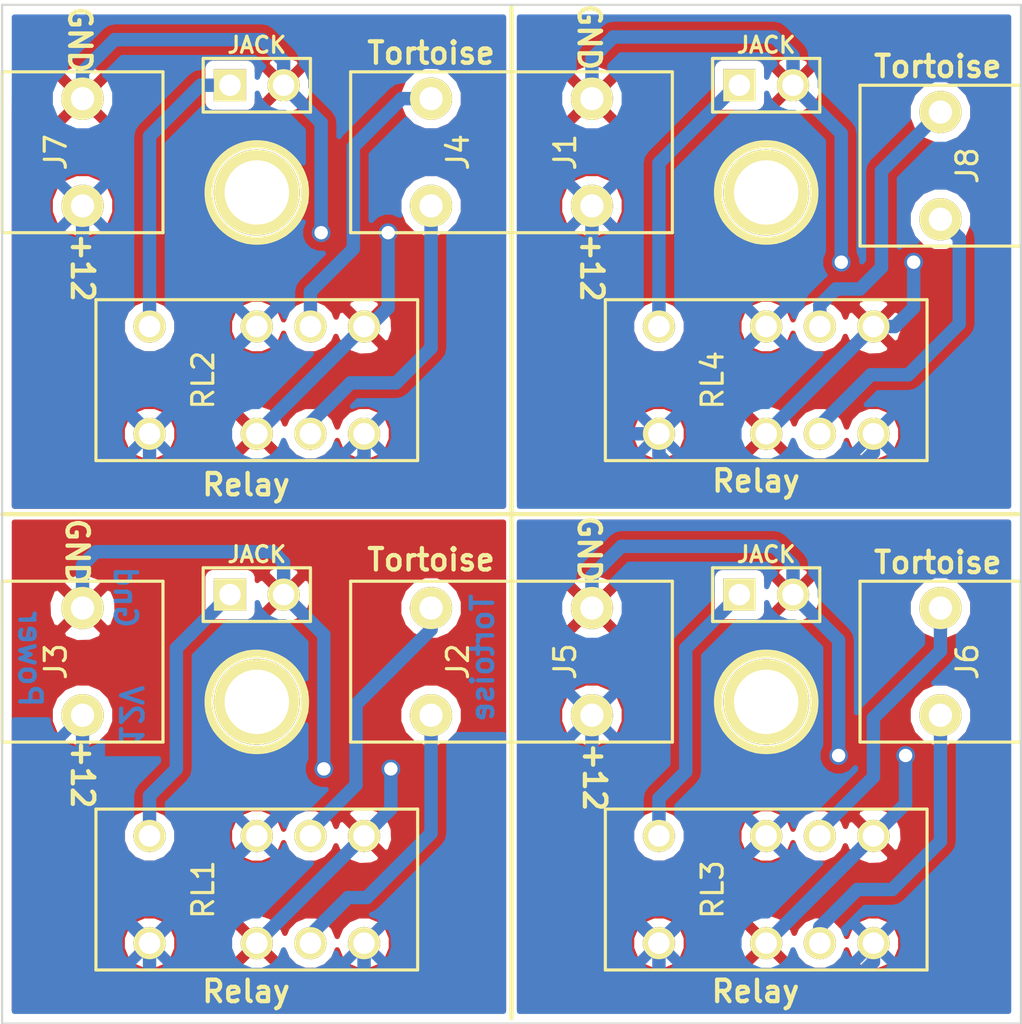
<source format=kicad_pcb>
(kicad_pcb (version 3) (host pcbnew "(2013-07-07 BZR 4022)-stable")

  (general
    (links 42)
    (no_connects 6)
    (area 24.369486 25.349999 74.039801 73.710001)
    (thickness 1.6)
    (drawings 26)
    (tracks 147)
    (zones 0)
    (modules 20)
    (nets 15)
  )

  (page USLetter)
  (title_block 
    (title "Tortoise Relay - 4Up")
    (company CSME)
  )

  (layers
    (15 F.Cu signal)
    (0 B.Cu signal)
    (16 B.Adhes user)
    (17 F.Adhes user)
    (18 B.Paste user)
    (19 F.Paste user)
    (20 B.SilkS user)
    (21 F.SilkS user)
    (22 B.Mask user)
    (23 F.Mask user)
    (24 Dwgs.User user)
    (25 Cmts.User user)
    (26 Eco1.User user)
    (27 Eco2.User user)
    (28 Edge.Cuts user)
  )

  (setup
    (last_trace_width 0.635)
    (user_trace_width 0.2032)
    (user_trace_width 0.254)
    (user_trace_width 0.3048)
    (user_trace_width 0.381)
    (user_trace_width 0.508)
    (user_trace_width 0.635)
    (user_trace_width 0.762)
    (trace_clearance 0.3048)
    (zone_clearance 0.4064)
    (zone_45_only no)
    (trace_min 0.2032)
    (segment_width 0.2)
    (edge_width 0.1)
    (via_size 0.889)
    (via_drill 0.635)
    (via_min_size 0.889)
    (via_min_drill 0.508)
    (uvia_size 0.508)
    (uvia_drill 0.127)
    (uvias_allowed no)
    (uvia_min_size 0.508)
    (uvia_min_drill 0.127)
    (pcb_text_width 0.3)
    (pcb_text_size 1.5 1.5)
    (mod_edge_width 0.15)
    (mod_text_size 1 1)
    (mod_text_width 0.15)
    (pad_size 1.5 1.5)
    (pad_drill 0.6)
    (pad_to_mask_clearance 0)
    (aux_axis_origin 0 0)
    (visible_elements 7FFFFFFF)
    (pcbplotparams
      (layerselection 284196865)
      (usegerberextensions true)
      (excludeedgelayer true)
      (linewidth 0.150000)
      (plotframeref false)
      (viasonmask false)
      (mode 1)
      (useauxorigin false)
      (hpglpennumber 1)
      (hpglpenspeed 20)
      (hpglpendiameter 15)
      (hpglpenoverlay 2)
      (psnegative false)
      (psa4output false)
      (plotreference true)
      (plotvalue true)
      (plotothertext true)
      (plotinvisibletext false)
      (padsonsilk false)
      (subtractmaskfromsilk false)
      (outputformat 1)
      (mirror false)
      (drillshape 0)
      (scaleselection 1)
      (outputdirectory Gerber/))
  )

  (net 0 "")
  (net 1 +12V)
  (net 2 GND)
  (net 3 N-000001)
  (net 4 N-0000010)
  (net 5 N-0000011)
  (net 6 N-0000012)
  (net 7 N-0000013)
  (net 8 N-0000014)
  (net 9 N-000002)
  (net 10 N-000004)
  (net 11 N-000006)
  (net 12 N-000007)
  (net 13 N-000008)
  (net 14 N-000009)

  (net_class Default "This is the default net class."
    (clearance 0.3048)
    (trace_width 0.381)
    (via_dia 0.889)
    (via_drill 0.635)
    (uvia_dia 0.508)
    (uvia_drill 0.127)
    (add_net "")
    (add_net +12V)
    (add_net GND)
    (add_net N-000001)
    (add_net N-0000010)
    (add_net N-0000011)
    (add_net N-0000012)
    (add_net N-0000013)
    (add_net N-0000014)
    (add_net N-000002)
    (add_net N-000004)
    (add_net N-000006)
    (add_net N-000007)
    (add_net N-000008)
    (add_net N-000009)
  )

  (module TERMBLK02 (layer F.Cu) (tedit 54B8C55F) (tstamp 54B9EB63)
    (at 53.34 56.515 90)
    (path /54B96ABF)
    (fp_text reference J5 (at 0 -1.27 90) (layer F.SilkS)
      (effects (font (size 1 1) (thickness 0.15)))
    )
    (fp_text value PWR (at 0 1.27 90) (layer F.SilkS) hide
      (effects (font (size 1 1) (thickness 0.15)))
    )
    (fp_line (start 3.81 -3.81) (end -3.81 -3.81) (layer F.SilkS) (width 0.15))
    (fp_line (start -3.81 -3.81) (end -3.81 3.81) (layer F.SilkS) (width 0.15))
    (fp_line (start -3.81 3.81) (end 3.81 3.81) (layer F.SilkS) (width 0.15))
    (fp_line (start 3.81 3.81) (end 3.81 -3.81) (layer F.SilkS) (width 0.15))
    (pad 1 thru_hole circle (at -2.54 0 90) (size 2 2) (drill 1.09982)
      (layers *.Cu *.Mask F.SilkS)
      (net 1 +12V)
    )
    (pad 2 thru_hole circle (at 2.54 0 90) (size 2 2) (drill 1.09982)
      (layers *.Cu *.Mask F.SilkS)
      (net 2 GND)
    )
  )

  (module TERMBLK02 (layer F.Cu) (tedit 54B8C55F) (tstamp 54B9EB6D)
    (at 69.85 56.515 270)
    (path /54B96ACE)
    (fp_text reference J6 (at 0 -1.27 270) (layer F.SilkS)
      (effects (font (size 1 1) (thickness 0.15)))
    )
    (fp_text value MOTOR (at 0 1.27 270) (layer F.SilkS) hide
      (effects (font (size 1 1) (thickness 0.15)))
    )
    (fp_line (start 3.81 -3.81) (end -3.81 -3.81) (layer F.SilkS) (width 0.15))
    (fp_line (start -3.81 -3.81) (end -3.81 3.81) (layer F.SilkS) (width 0.15))
    (fp_line (start -3.81 3.81) (end 3.81 3.81) (layer F.SilkS) (width 0.15))
    (fp_line (start 3.81 3.81) (end 3.81 -3.81) (layer F.SilkS) (width 0.15))
    (pad 1 thru_hole circle (at -2.54 0 270) (size 2 2) (drill 1.09982)
      (layers *.Cu *.Mask F.SilkS)
      (net 14 N-000009)
    )
    (pad 2 thru_hole circle (at 2.54 0 270) (size 2 2) (drill 1.09982)
      (layers *.Cu *.Mask F.SilkS)
      (net 4 N-0000010)
    )
  )

  (module TERMBLK02 (layer F.Cu) (tedit 54B8C55F) (tstamp 54B9EB77)
    (at 53.34 32.385 90)
    (path /54B9E71B)
    (fp_text reference J1 (at 0 -1.27 90) (layer F.SilkS)
      (effects (font (size 1 1) (thickness 0.15)))
    )
    (fp_text value PWR (at 0 1.27 90) (layer F.SilkS) hide
      (effects (font (size 1 1) (thickness 0.15)))
    )
    (fp_line (start 3.81 -3.81) (end -3.81 -3.81) (layer F.SilkS) (width 0.15))
    (fp_line (start -3.81 -3.81) (end -3.81 3.81) (layer F.SilkS) (width 0.15))
    (fp_line (start -3.81 3.81) (end 3.81 3.81) (layer F.SilkS) (width 0.15))
    (fp_line (start 3.81 3.81) (end 3.81 -3.81) (layer F.SilkS) (width 0.15))
    (pad 1 thru_hole circle (at -2.54 0 90) (size 2 2) (drill 1.09982)
      (layers *.Cu *.Mask F.SilkS)
      (net 1 +12V)
    )
    (pad 2 thru_hole circle (at 2.54 0 90) (size 2 2) (drill 1.09982)
      (layers *.Cu *.Mask F.SilkS)
      (net 2 GND)
    )
  )

  (module TERMBLK02 (layer F.Cu) (tedit 54B8C55F) (tstamp 54B9EB81)
    (at 45.72 56.515 270)
    (path /54B9E721)
    (fp_text reference J2 (at 0 -1.27 270) (layer F.SilkS)
      (effects (font (size 1 1) (thickness 0.15)))
    )
    (fp_text value MOTOR (at 0 1.27 270) (layer F.SilkS) hide
      (effects (font (size 1 1) (thickness 0.15)))
    )
    (fp_line (start 3.81 -3.81) (end -3.81 -3.81) (layer F.SilkS) (width 0.15))
    (fp_line (start -3.81 -3.81) (end -3.81 3.81) (layer F.SilkS) (width 0.15))
    (fp_line (start -3.81 3.81) (end 3.81 3.81) (layer F.SilkS) (width 0.15))
    (fp_line (start 3.81 3.81) (end 3.81 -3.81) (layer F.SilkS) (width 0.15))
    (pad 1 thru_hole circle (at -2.54 0 270) (size 2 2) (drill 1.09982)
      (layers *.Cu *.Mask F.SilkS)
      (net 7 N-0000013)
    )
    (pad 2 thru_hole circle (at 2.54 0 270) (size 2 2) (drill 1.09982)
      (layers *.Cu *.Mask F.SilkS)
      (net 8 N-0000014)
    )
  )

  (module TERMBLK02 (layer F.Cu) (tedit 54B8C55F) (tstamp 54B9EB8B)
    (at 29.21 32.385 90)
    (path /54B9E78C)
    (fp_text reference J7 (at 0 -1.27 90) (layer F.SilkS)
      (effects (font (size 1 1) (thickness 0.15)))
    )
    (fp_text value PWR (at 0 1.27 90) (layer F.SilkS) hide
      (effects (font (size 1 1) (thickness 0.15)))
    )
    (fp_line (start 3.81 -3.81) (end -3.81 -3.81) (layer F.SilkS) (width 0.15))
    (fp_line (start -3.81 -3.81) (end -3.81 3.81) (layer F.SilkS) (width 0.15))
    (fp_line (start -3.81 3.81) (end 3.81 3.81) (layer F.SilkS) (width 0.15))
    (fp_line (start 3.81 3.81) (end 3.81 -3.81) (layer F.SilkS) (width 0.15))
    (pad 1 thru_hole circle (at -2.54 0 90) (size 2 2) (drill 1.09982)
      (layers *.Cu *.Mask F.SilkS)
      (net 1 +12V)
    )
    (pad 2 thru_hole circle (at 2.54 0 90) (size 2 2) (drill 1.09982)
      (layers *.Cu *.Mask F.SilkS)
      (net 2 GND)
    )
  )

  (module TERMBLK02 (layer F.Cu) (tedit 54B8C55F) (tstamp 54B9EB95)
    (at 69.85 33.02 270)
    (path /54B9E792)
    (fp_text reference J8 (at 0 -1.27 270) (layer F.SilkS)
      (effects (font (size 1 1) (thickness 0.15)))
    )
    (fp_text value MOTOR (at 0 1.27 270) (layer F.SilkS) hide
      (effects (font (size 1 1) (thickness 0.15)))
    )
    (fp_line (start 3.81 -3.81) (end -3.81 -3.81) (layer F.SilkS) (width 0.15))
    (fp_line (start -3.81 -3.81) (end -3.81 3.81) (layer F.SilkS) (width 0.15))
    (fp_line (start -3.81 3.81) (end 3.81 3.81) (layer F.SilkS) (width 0.15))
    (fp_line (start 3.81 3.81) (end 3.81 -3.81) (layer F.SilkS) (width 0.15))
    (pad 1 thru_hole circle (at -2.54 0 270) (size 2 2) (drill 1.09982)
      (layers *.Cu *.Mask F.SilkS)
      (net 3 N-000001)
    )
    (pad 2 thru_hole circle (at 2.54 0 270) (size 2 2) (drill 1.09982)
      (layers *.Cu *.Mask F.SilkS)
      (net 9 N-000002)
    )
  )

  (module TERMBLK02 (layer F.Cu) (tedit 54B8C55F) (tstamp 54B9EB9F)
    (at 29.21 56.515 90)
    (path /54B9E7FD)
    (fp_text reference J3 (at 0 -1.27 90) (layer F.SilkS)
      (effects (font (size 1 1) (thickness 0.15)))
    )
    (fp_text value PWR (at 0 1.27 90) (layer F.SilkS) hide
      (effects (font (size 1 1) (thickness 0.15)))
    )
    (fp_line (start 3.81 -3.81) (end -3.81 -3.81) (layer F.SilkS) (width 0.15))
    (fp_line (start -3.81 -3.81) (end -3.81 3.81) (layer F.SilkS) (width 0.15))
    (fp_line (start -3.81 3.81) (end 3.81 3.81) (layer F.SilkS) (width 0.15))
    (fp_line (start 3.81 3.81) (end 3.81 -3.81) (layer F.SilkS) (width 0.15))
    (pad 1 thru_hole circle (at -2.54 0 90) (size 2 2) (drill 1.09982)
      (layers *.Cu *.Mask F.SilkS)
      (net 1 +12V)
    )
    (pad 2 thru_hole circle (at 2.54 0 90) (size 2 2) (drill 1.09982)
      (layers *.Cu *.Mask F.SilkS)
      (net 2 GND)
    )
  )

  (module TERMBLK02 (layer F.Cu) (tedit 54B8C55F) (tstamp 54B9EBA9)
    (at 45.72 32.385 270)
    (path /54B9E803)
    (fp_text reference J4 (at 0 -1.27 270) (layer F.SilkS)
      (effects (font (size 1 1) (thickness 0.15)))
    )
    (fp_text value MOTOR (at 0 1.27 270) (layer F.SilkS) hide
      (effects (font (size 1 1) (thickness 0.15)))
    )
    (fp_line (start 3.81 -3.81) (end -3.81 -3.81) (layer F.SilkS) (width 0.15))
    (fp_line (start -3.81 -3.81) (end -3.81 3.81) (layer F.SilkS) (width 0.15))
    (fp_line (start -3.81 3.81) (end 3.81 3.81) (layer F.SilkS) (width 0.15))
    (fp_line (start 3.81 3.81) (end 3.81 -3.81) (layer F.SilkS) (width 0.15))
    (pad 1 thru_hole circle (at -2.54 0 270) (size 2 2) (drill 1.09982)
      (layers *.Cu *.Mask F.SilkS)
      (net 11 N-000006)
    )
    (pad 2 thru_hole circle (at 2.54 0 270) (size 2 2) (drill 1.09982)
      (layers *.Cu *.Mask F.SilkS)
      (net 12 N-000007)
    )
  )

  (module RLYDPDT (layer F.Cu) (tedit 54B8C7E5) (tstamp 54B9EBB9)
    (at 61.595 67.31 90)
    (path /54B969C1)
    (fp_text reference RL3 (at 0 -2.54 90) (layer F.SilkS)
      (effects (font (size 1 1) (thickness 0.15)))
    )
    (fp_text value EC2-12NU (at 0 0 90) (layer F.SilkS) hide
      (effects (font (size 1 1) (thickness 0.15)))
    )
    (fp_line (start -3.81 -7.62) (end -3.81 7.62) (layer F.SilkS) (width 0.15))
    (fp_line (start -3.81 7.62) (end 3.81 7.62) (layer F.SilkS) (width 0.15))
    (fp_line (start 3.81 7.62) (end 3.81 -7.62) (layer F.SilkS) (width 0.15))
    (fp_line (start 3.81 -7.62) (end -3.81 -7.62) (layer F.SilkS) (width 0.15))
    (pad 1 thru_hole circle (at -2.54 -5.08 90) (size 1.524 1.524) (drill 1.016)
      (layers *.Cu *.Mask F.SilkS)
      (net 1 +12V)
    )
    (pad 3 thru_hole circle (at -2.54 0 90) (size 1.524 1.524) (drill 1.016)
      (layers *.Cu *.Mask F.SilkS)
      (net 2 GND)
    )
    (pad 4 thru_hole circle (at -2.54 2.54 90) (size 1.524 1.524) (drill 1.016)
      (layers *.Cu *.Mask F.SilkS)
      (net 4 N-0000010)
    )
    (pad 5 thru_hole circle (at -2.54 5.08 90) (size 1.524 1.524) (drill 1.016)
      (layers *.Cu *.Mask F.SilkS)
      (net 1 +12V)
    )
    (pad 8 thru_hole circle (at 2.54 5.08 90) (size 1.524 1.524) (drill 1.016)
      (layers *.Cu *.Mask F.SilkS)
      (net 2 GND)
    )
    (pad 9 thru_hole circle (at 2.54 2.54 90) (size 1.524 1.524) (drill 1.016)
      (layers *.Cu *.Mask F.SilkS)
      (net 14 N-000009)
    )
    (pad 10 thru_hole circle (at 2.54 0 90) (size 1.524 1.524) (drill 1.016)
      (layers *.Cu *.Mask F.SilkS)
      (net 1 +12V)
    )
    (pad 12 thru_hole circle (at 2.54 -5.08 90) (size 1.524 1.524) (drill 1.016)
      (layers *.Cu *.Mask F.SilkS)
      (net 5 N-0000011)
    )
  )

  (module RLYDPDT (layer F.Cu) (tedit 54B8C7E5) (tstamp 54B9EBC9)
    (at 37.465 67.31 90)
    (path /54B9E715)
    (fp_text reference RL1 (at 0 -2.54 90) (layer F.SilkS)
      (effects (font (size 1 1) (thickness 0.15)))
    )
    (fp_text value EC2-12NU (at 0 0 90) (layer F.SilkS) hide
      (effects (font (size 1 1) (thickness 0.15)))
    )
    (fp_line (start -3.81 -7.62) (end -3.81 7.62) (layer F.SilkS) (width 0.15))
    (fp_line (start -3.81 7.62) (end 3.81 7.62) (layer F.SilkS) (width 0.15))
    (fp_line (start 3.81 7.62) (end 3.81 -7.62) (layer F.SilkS) (width 0.15))
    (fp_line (start 3.81 -7.62) (end -3.81 -7.62) (layer F.SilkS) (width 0.15))
    (pad 1 thru_hole circle (at -2.54 -5.08 90) (size 1.524 1.524) (drill 1.016)
      (layers *.Cu *.Mask F.SilkS)
      (net 1 +12V)
    )
    (pad 3 thru_hole circle (at -2.54 0 90) (size 1.524 1.524) (drill 1.016)
      (layers *.Cu *.Mask F.SilkS)
      (net 2 GND)
    )
    (pad 4 thru_hole circle (at -2.54 2.54 90) (size 1.524 1.524) (drill 1.016)
      (layers *.Cu *.Mask F.SilkS)
      (net 8 N-0000014)
    )
    (pad 5 thru_hole circle (at -2.54 5.08 90) (size 1.524 1.524) (drill 1.016)
      (layers *.Cu *.Mask F.SilkS)
      (net 1 +12V)
    )
    (pad 8 thru_hole circle (at 2.54 5.08 90) (size 1.524 1.524) (drill 1.016)
      (layers *.Cu *.Mask F.SilkS)
      (net 2 GND)
    )
    (pad 9 thru_hole circle (at 2.54 2.54 90) (size 1.524 1.524) (drill 1.016)
      (layers *.Cu *.Mask F.SilkS)
      (net 7 N-0000013)
    )
    (pad 10 thru_hole circle (at 2.54 0 90) (size 1.524 1.524) (drill 1.016)
      (layers *.Cu *.Mask F.SilkS)
      (net 1 +12V)
    )
    (pad 12 thru_hole circle (at 2.54 -5.08 90) (size 1.524 1.524) (drill 1.016)
      (layers *.Cu *.Mask F.SilkS)
      (net 6 N-0000012)
    )
  )

  (module RLYDPDT (layer F.Cu) (tedit 54CE6406) (tstamp 54B9EBD9)
    (at 61.595 43.18 90)
    (path /54B9E786)
    (fp_text reference RL4 (at 0 -2.54 90) (layer F.SilkS)
      (effects (font (size 1 1) (thickness 0.15)))
    )
    (fp_text value EC2-12NU (at 0 0 90) (layer F.SilkS) hide
      (effects (font (size 1 1) (thickness 0.15)))
    )
    (fp_line (start -3.81 -7.62) (end -3.81 7.62) (layer F.SilkS) (width 0.15))
    (fp_line (start -3.81 7.62) (end 3.81 7.62) (layer F.SilkS) (width 0.15))
    (fp_line (start 3.81 7.62) (end 3.81 -7.62) (layer F.SilkS) (width 0.15))
    (fp_line (start 3.81 -7.62) (end -3.81 -7.62) (layer F.SilkS) (width 0.15))
    (pad 1 thru_hole circle (at -2.54 -5.08 90) (size 1.524 1.524) (drill 1.016)
      (layers *.Cu *.Mask F.SilkS)
      (net 1 +12V)
    )
    (pad 3 thru_hole circle (at -2.54 0 90) (size 1.524 1.524) (drill 1.016)
      (layers *.Cu *.Mask F.SilkS)
      (net 2 GND)
    )
    (pad 4 thru_hole circle (at -2.54 2.54 90) (size 1.524 1.524) (drill 1.016)
      (layers *.Cu *.Mask F.SilkS)
      (net 9 N-000002)
    )
    (pad 5 thru_hole circle (at -2.54 5.08 90) (size 1.524 1.524) (drill 1.016)
      (layers *.Cu *.Mask F.SilkS)
      (net 1 +12V)
    )
    (pad 8 thru_hole circle (at 2.54 5.08 90) (size 1.524 1.524) (drill 1.016)
      (layers *.Cu *.Mask F.SilkS)
      (net 2 GND)
    )
    (pad 9 thru_hole circle (at 2.54 2.54 90) (size 1.524 1.524) (drill 1.016)
      (layers *.Cu *.Mask F.SilkS)
      (net 3 N-000001)
    )
    (pad 10 thru_hole circle (at 2.54 0 90) (size 1.524 1.524) (drill 1.016)
      (layers *.Cu *.Mask F.SilkS)
      (net 1 +12V)
    )
    (pad 12 thru_hole circle (at 2.54 -5.08 90) (size 1.524 1.524) (drill 1.016)
      (layers *.Cu *.Mask F.SilkS)
      (net 10 N-000004)
    )
  )

  (module RLYDPDT (layer F.Cu) (tedit 54B8C7E5) (tstamp 54B9EBE9)
    (at 37.465 43.18 90)
    (path /54B9E7F7)
    (fp_text reference RL2 (at 0 -2.54 90) (layer F.SilkS)
      (effects (font (size 1 1) (thickness 0.15)))
    )
    (fp_text value EC2-12NU (at 0 0 90) (layer F.SilkS) hide
      (effects (font (size 1 1) (thickness 0.15)))
    )
    (fp_line (start -3.81 -7.62) (end -3.81 7.62) (layer F.SilkS) (width 0.15))
    (fp_line (start -3.81 7.62) (end 3.81 7.62) (layer F.SilkS) (width 0.15))
    (fp_line (start 3.81 7.62) (end 3.81 -7.62) (layer F.SilkS) (width 0.15))
    (fp_line (start 3.81 -7.62) (end -3.81 -7.62) (layer F.SilkS) (width 0.15))
    (pad 1 thru_hole circle (at -2.54 -5.08 90) (size 1.524 1.524) (drill 1.016)
      (layers *.Cu *.Mask F.SilkS)
      (net 1 +12V)
    )
    (pad 3 thru_hole circle (at -2.54 0 90) (size 1.524 1.524) (drill 1.016)
      (layers *.Cu *.Mask F.SilkS)
      (net 2 GND)
    )
    (pad 4 thru_hole circle (at -2.54 2.54 90) (size 1.524 1.524) (drill 1.016)
      (layers *.Cu *.Mask F.SilkS)
      (net 12 N-000007)
    )
    (pad 5 thru_hole circle (at -2.54 5.08 90) (size 1.524 1.524) (drill 1.016)
      (layers *.Cu *.Mask F.SilkS)
      (net 1 +12V)
    )
    (pad 8 thru_hole circle (at 2.54 5.08 90) (size 1.524 1.524) (drill 1.016)
      (layers *.Cu *.Mask F.SilkS)
      (net 2 GND)
    )
    (pad 9 thru_hole circle (at 2.54 2.54 90) (size 1.524 1.524) (drill 1.016)
      (layers *.Cu *.Mask F.SilkS)
      (net 11 N-000006)
    )
    (pad 10 thru_hole circle (at 2.54 0 90) (size 1.524 1.524) (drill 1.016)
      (layers *.Cu *.Mask F.SilkS)
      (net 1 +12V)
    )
    (pad 12 thru_hole circle (at 2.54 -5.08 90) (size 1.524 1.524) (drill 1.016)
      (layers *.Cu *.Mask F.SilkS)
      (net 13 N-000008)
    )
  )

  (module PIN_ARRAY_2X1 (layer F.Cu) (tedit 54CE6F93) (tstamp 54B9EBF3)
    (at 61.595 53.34)
    (descr "Connecteurs 2 pins")
    (tags "CONN DEV")
    (path /54B9616B)
    (fp_text reference P3 (at -2.54 -1.905) (layer F.SilkS) hide
      (effects (font (size 0.762 0.762) (thickness 0.1524)))
    )
    (fp_text value JACK (at 0 -1.905) (layer F.SilkS)
      (effects (font (size 0.762 0.762) (thickness 0.1524)))
    )
    (fp_line (start -2.54 1.27) (end -2.54 -1.27) (layer F.SilkS) (width 0.1524))
    (fp_line (start -2.54 -1.27) (end 2.54 -1.27) (layer F.SilkS) (width 0.1524))
    (fp_line (start 2.54 -1.27) (end 2.54 1.27) (layer F.SilkS) (width 0.1524))
    (fp_line (start 2.54 1.27) (end -2.54 1.27) (layer F.SilkS) (width 0.1524))
    (pad 1 thru_hole rect (at -1.27 0) (size 1.524 1.524) (drill 1.016)
      (layers *.Cu *.Mask F.SilkS)
      (net 5 N-0000011)
    )
    (pad 2 thru_hole circle (at 1.27 0) (size 1.524 1.524) (drill 1.016)
      (layers *.Cu *.Mask F.SilkS)
      (net 2 GND)
    )
    (model pin_array/pins_array_2x1.wrl
      (at (xyz 0 0 0))
      (scale (xyz 1 1 1))
      (rotate (xyz 0 0 0))
    )
  )

  (module PIN_ARRAY_2X1 (layer F.Cu) (tedit 54CE6FAA) (tstamp 54B9EBFD)
    (at 37.465 53.34)
    (descr "Connecteurs 2 pins")
    (tags "CONN DEV")
    (path /54B9E70F)
    (fp_text reference P1 (at -2.159 -1.905) (layer F.SilkS) hide
      (effects (font (size 0.762 0.762) (thickness 0.1524)))
    )
    (fp_text value JACK (at 0 -1.905) (layer F.SilkS)
      (effects (font (size 0.762 0.762) (thickness 0.1524)))
    )
    (fp_line (start -2.54 1.27) (end -2.54 -1.27) (layer F.SilkS) (width 0.1524))
    (fp_line (start -2.54 -1.27) (end 2.54 -1.27) (layer F.SilkS) (width 0.1524))
    (fp_line (start 2.54 -1.27) (end 2.54 1.27) (layer F.SilkS) (width 0.1524))
    (fp_line (start 2.54 1.27) (end -2.54 1.27) (layer F.SilkS) (width 0.1524))
    (pad 1 thru_hole rect (at -1.27 0) (size 1.524 1.524) (drill 1.016)
      (layers *.Cu *.Mask F.SilkS)
      (net 6 N-0000012)
    )
    (pad 2 thru_hole circle (at 1.27 0) (size 1.524 1.524) (drill 1.016)
      (layers *.Cu *.Mask F.SilkS)
      (net 2 GND)
    )
    (model pin_array/pins_array_2x1.wrl
      (at (xyz 0 0 0))
      (scale (xyz 1 1 1))
      (rotate (xyz 0 0 0))
    )
  )

  (module PIN_ARRAY_2X1 (layer F.Cu) (tedit 54CE6F7E) (tstamp 54B9EC07)
    (at 61.595 29.21)
    (descr "Connecteurs 2 pins")
    (tags "CONN DEV")
    (path /54B9E780)
    (fp_text reference P4 (at -2.667 -1.905) (layer F.SilkS) hide
      (effects (font (size 0.762 0.762) (thickness 0.1524)))
    )
    (fp_text value JACK (at 0 -1.905) (layer F.SilkS)
      (effects (font (size 0.762 0.762) (thickness 0.1524)))
    )
    (fp_line (start -2.54 1.27) (end -2.54 -1.27) (layer F.SilkS) (width 0.1524))
    (fp_line (start -2.54 -1.27) (end 2.54 -1.27) (layer F.SilkS) (width 0.1524))
    (fp_line (start 2.54 -1.27) (end 2.54 1.27) (layer F.SilkS) (width 0.1524))
    (fp_line (start 2.54 1.27) (end -2.54 1.27) (layer F.SilkS) (width 0.1524))
    (pad 1 thru_hole rect (at -1.27 0) (size 1.524 1.524) (drill 1.016)
      (layers *.Cu *.Mask F.SilkS)
      (net 10 N-000004)
    )
    (pad 2 thru_hole circle (at 1.27 0) (size 1.524 1.524) (drill 1.016)
      (layers *.Cu *.Mask F.SilkS)
      (net 2 GND)
    )
    (model pin_array/pins_array_2x1.wrl
      (at (xyz 0 0 0))
      (scale (xyz 1 1 1))
      (rotate (xyz 0 0 0))
    )
  )

  (module PIN_ARRAY_2X1 (layer F.Cu) (tedit 54CE6F6E) (tstamp 54B9EC11)
    (at 37.465 29.21)
    (descr "Connecteurs 2 pins")
    (tags "CONN DEV")
    (path /54B9E7F1)
    (fp_text reference P2 (at -2.54 -1.905) (layer F.SilkS) hide
      (effects (font (size 0.762 0.762) (thickness 0.1524)))
    )
    (fp_text value JACK (at 0 -1.905) (layer F.SilkS)
      (effects (font (size 0.762 0.762) (thickness 0.1524)))
    )
    (fp_line (start -2.54 1.27) (end -2.54 -1.27) (layer F.SilkS) (width 0.1524))
    (fp_line (start -2.54 -1.27) (end 2.54 -1.27) (layer F.SilkS) (width 0.1524))
    (fp_line (start 2.54 -1.27) (end 2.54 1.27) (layer F.SilkS) (width 0.1524))
    (fp_line (start 2.54 1.27) (end -2.54 1.27) (layer F.SilkS) (width 0.1524))
    (pad 1 thru_hole rect (at -1.27 0) (size 1.524 1.524) (drill 1.016)
      (layers *.Cu *.Mask F.SilkS)
      (net 13 N-000008)
    )
    (pad 2 thru_hole circle (at 1.27 0) (size 1.524 1.524) (drill 1.016)
      (layers *.Cu *.Mask F.SilkS)
      (net 2 GND)
    )
    (model pin_array/pins_array_2x1.wrl
      (at (xyz 0 0 0))
      (scale (xyz 1 1 1))
      (rotate (xyz 0 0 0))
    )
  )

  (module 1pin (layer F.Cu) (tedit 54CE6F43) (tstamp 54BA4F32)
    (at 37.465 34.29)
    (descr "module 1 pin (ou trou mecanique de percage)")
    (tags DEV)
    (path 1pin)
    (fp_text reference 1PIN (at 0 -3.048) (layer F.SilkS) hide
      (effects (font (size 1.016 1.016) (thickness 0.254)))
    )
    (fp_text value P*** (at 0 2.794) (layer F.SilkS) hide
      (effects (font (size 1.016 1.016) (thickness 0.254)))
    )
    (fp_circle (center 0 0) (end 0 -2.286) (layer F.SilkS) (width 0.381))
    (pad 1 thru_hole circle (at 0 0) (size 4.064 4.064) (drill 3.048)
      (layers *.Cu *.Mask F.SilkS)
    )
  )

  (module 1pin (layer F.Cu) (tedit 54CE6F48) (tstamp 54BA4F3D)
    (at 61.595 34.29)
    (descr "module 1 pin (ou trou mecanique de percage)")
    (tags DEV)
    (path 1pin)
    (fp_text reference 1PIN (at 0 -3.048) (layer F.SilkS) hide
      (effects (font (size 1.016 1.016) (thickness 0.254)))
    )
    (fp_text value P*** (at 0 2.794) (layer F.SilkS) hide
      (effects (font (size 1.016 1.016) (thickness 0.254)))
    )
    (fp_circle (center 0 0) (end 0 -2.286) (layer F.SilkS) (width 0.381))
    (pad 1 thru_hole circle (at 0 0) (size 4.064 4.064) (drill 3.048)
      (layers *.Cu *.Mask F.SilkS)
    )
  )

  (module 1pin (layer F.Cu) (tedit 54CE6F3C) (tstamp 54BA4F48)
    (at 37.465 58.42)
    (descr "module 1 pin (ou trou mecanique de percage)")
    (tags DEV)
    (path 1pin)
    (fp_text reference 1PIN (at 0 -3.048) (layer F.SilkS) hide
      (effects (font (size 1.016 1.016) (thickness 0.254)))
    )
    (fp_text value P*** (at 0 2.794) (layer F.SilkS) hide
      (effects (font (size 1.016 1.016) (thickness 0.254)))
    )
    (fp_circle (center 0 0) (end 0 -2.286) (layer F.SilkS) (width 0.381))
    (pad 1 thru_hole circle (at 0 0) (size 4.064 4.064) (drill 3.048)
      (layers *.Cu *.Mask F.SilkS)
    )
  )

  (module 1pin (layer F.Cu) (tedit 54CE6F37) (tstamp 54BA4F53)
    (at 61.595 58.42)
    (descr "module 1 pin (ou trou mecanique de percage)")
    (tags DEV)
    (path 1pin)
    (fp_text reference 1PIN (at 0 -3.048) (layer F.SilkS) hide
      (effects (font (size 1.016 1.016) (thickness 0.254)))
    )
    (fp_text value P*** (at 0 2.794) (layer F.SilkS) hide
      (effects (font (size 1.016 1.016) (thickness 0.254)))
    )
    (fp_circle (center 0 0) (end 0 -2.286) (layer F.SilkS) (width 0.381))
    (pad 1 thru_hole circle (at 0 0) (size 4.064 4.064) (drill 3.048)
      (layers *.Cu *.Mask F.SilkS)
    )
  )

  (gr_text Relay (at 36.957 48.133) (layer F.SilkS)
    (effects (font (size 1.016 1.016) (thickness 0.2032)))
  )
  (gr_text Relay (at 61.1124 47.9552) (layer F.SilkS)
    (effects (font (size 1.016 1.016) (thickness 0.2032)))
  )
  (gr_text Relay (at 36.957 72.136) (layer F.SilkS)
    (effects (font (size 1.016 1.016) (thickness 0.2032)))
  )
  (gr_text Relay (at 61.087 72.136) (layer F.SilkS)
    (effects (font (size 1.016 1.016) (thickness 0.2032)))
  )
  (gr_text Tortoise (at 45.72 51.689) (layer F.SilkS)
    (effects (font (size 1.016 1.016) (thickness 0.2032)))
  )
  (gr_text Tortoise (at 45.72 27.686) (layer F.SilkS)
    (effects (font (size 1.016 1.016) (thickness 0.2032)))
  )
  (gr_text Tortoise (at 69.723 28.321) (layer F.SilkS)
    (effects (font (size 1.016 1.016) (thickness 0.2032)))
  )
  (gr_text Tortoise (at 69.723 51.816) (layer F.SilkS)
    (effects (font (size 1.016 1.016) (thickness 0.2032)))
  )
  (gr_text +12 (at 53.467 61.976 270) (layer F.SilkS)
    (effects (font (size 1.016 1.016) (thickness 0.2032)))
  )
  (gr_text GND (at 53.213 51.181 270) (layer F.SilkS)
    (effects (font (size 1.016 1.016) (thickness 0.2032)))
  )
  (gr_text GND (at 53.213 26.924 270) (layer F.SilkS)
    (effects (font (size 1.016 1.016) (thickness 0.2032)))
  )
  (gr_text +12 (at 53.34 37.846 270) (layer F.SilkS)
    (effects (font (size 1.016 1.016) (thickness 0.2032)))
  )
  (gr_text +12 (at 29.21 37.846 270) (layer F.SilkS)
    (effects (font (size 1.016 1.016) (thickness 0.2032)))
  )
  (gr_text GND (at 29.083 27.051 270) (layer F.SilkS)
    (effects (font (size 1.016 1.016) (thickness 0.2032)))
  )
  (gr_text GND (at 28.956 51.308 270) (layer F.SilkS)
    (effects (font (size 1.016 1.016) (thickness 0.2032)))
  )
  (gr_text +12 (at 29.21 61.849 270) (layer F.SilkS)
    (effects (font (size 1.016 1.016) (thickness 0.2032)))
  )
  (gr_text Gnd (at 31.242 53.467 270) (layer B.Cu)
    (effects (font (size 1.016 1.016) (thickness 0.2032)) (justify mirror))
  )
  (gr_text 12V (at 31.496 59.0804 270) (layer B.Cu)
    (effects (font (size 1.016 1.016) (thickness 0.2032)) (justify mirror))
  )
  (gr_text Power (at 26.7208 56.388 270) (layer B.Cu)
    (effects (font (size 1.016 1.016) (thickness 0.2032)) (justify mirror))
  )
  (gr_text Tortoise (at 48.1584 56.3372 90) (layer B.Cu)
    (effects (font (size 1.016 1.016) (thickness 0.2032)) (justify mirror))
  )
  (gr_line (start 49.53 25.527) (end 49.53 73.406) (angle 90) (layer F.SilkS) (width 0.2))
  (gr_line (start 25.4 49.53) (end 73.533 49.53) (angle 90) (layer F.SilkS) (width 0.2))
  (gr_line (start 73.66 25.4) (end 73.66 73.66) (angle 90) (layer Edge.Cuts) (width 0.1))
  (gr_line (start 25.4 25.4) (end 25.4 73.66) (angle 90) (layer Edge.Cuts) (width 0.1))
  (gr_line (start 25.4 25.4) (end 73.66 25.4) (angle 90) (layer Edge.Cuts) (width 0.1))
  (gr_line (start 25.4 73.66) (end 73.66 73.66) (angle 90) (layer Edge.Cuts) (width 0.1))

  (segment (start 29.21 34.925) (end 29.21 42.545) (width 0.635) (layer B.Cu) (net 1) (status 400000))
  (segment (start 29.21 42.545) (end 32.385 45.72) (width 0.635) (layer B.Cu) (net 1) (tstamp 54CE7312) (status 800000))
  (segment (start 37.465 40.64) (end 32.385 45.72) (width 0.635) (layer B.Cu) (net 1) (status C00000))
  (segment (start 32.385 45.72) (end 32.385 47.117) (width 0.635) (layer B.Cu) (net 1) (status 400000))
  (segment (start 42.545 46.863) (end 42.545 45.72) (width 0.635) (layer B.Cu) (net 1) (tstamp 54CE72D5) (status 800000))
  (segment (start 41.656 47.752) (end 42.545 46.863) (width 0.635) (layer B.Cu) (net 1) (tstamp 54CE72CF))
  (segment (start 33.02 47.752) (end 41.656 47.752) (width 0.635) (layer B.Cu) (net 1) (tstamp 54CE72CC))
  (segment (start 32.385 47.117) (end 33.02 47.752) (width 0.635) (layer B.Cu) (net 1) (tstamp 54CE72CA))
  (segment (start 56.515 45.72) (end 56.515 46.736) (width 0.635) (layer B.Cu) (net 1) (status 400000))
  (segment (start 66.675 46.609) (end 66.675 45.72) (width 0.635) (layer B.Cu) (net 1) (tstamp 54CE7210) (status 800000))
  (segment (start 65.786 47.498) (end 66.675 46.609) (width 0.635) (layer B.Cu) (net 1) (tstamp 54CE720B))
  (segment (start 57.277 47.498) (end 65.786 47.498) (width 0.635) (layer B.Cu) (net 1) (tstamp 54CE7206))
  (segment (start 56.515 46.736) (end 57.277 47.498) (width 0.635) (layer B.Cu) (net 1) (tstamp 54CE7203))
  (segment (start 53.34 34.925) (end 53.34 43.561) (width 0.635) (layer B.Cu) (net 1) (status 400000))
  (segment (start 54.229 45.72) (end 56.515 45.72) (width 0.635) (layer B.Cu) (net 1) (tstamp 54CE71FA) (status 800000))
  (segment (start 53.34 44.831) (end 54.229 45.72) (width 0.635) (layer B.Cu) (net 1) (tstamp 54CE71F6))
  (segment (start 53.34 43.561) (end 53.34 44.831) (width 0.635) (layer B.Cu) (net 1) (tstamp 54CE71F2))
  (segment (start 61.595 40.64) (end 56.515 45.72) (width 0.635) (layer B.Cu) (net 1) (status C00000))
  (segment (start 53.34 59.055) (end 53.34 66.675) (width 0.635) (layer B.Cu) (net 1) (status 400000))
  (segment (start 53.34 66.675) (end 56.515 69.85) (width 0.635) (layer B.Cu) (net 1) (tstamp 54CE7139) (status 800000))
  (segment (start 61.595 64.77) (end 56.515 69.85) (width 0.635) (layer B.Cu) (net 1) (status C00000))
  (segment (start 66.675 69.85) (end 66.675 70.739) (width 0.635) (layer B.Cu) (net 1) (status 400000))
  (segment (start 56.515 71.12) (end 56.515 69.85) (width 0.635) (layer B.Cu) (net 1) (tstamp 54CE7108) (status 800000))
  (segment (start 57.404 72.009) (end 56.515 71.12) (width 0.635) (layer B.Cu) (net 1) (tstamp 54CE7106))
  (segment (start 65.405 72.009) (end 57.404 72.009) (width 0.635) (layer B.Cu) (net 1) (tstamp 54CE7103))
  (segment (start 66.675 70.739) (end 65.405 72.009) (width 0.635) (layer B.Cu) (net 1) (tstamp 54CE7100))
  (segment (start 29.21 59.055) (end 29.21 66.675) (width 0.635) (layer B.Cu) (net 1))
  (segment (start 29.21 66.675) (end 32.385 69.85) (width 0.635) (layer B.Cu) (net 1) (tstamp 54CE6DAC))
  (segment (start 42.545 69.85) (end 42.545 71.12) (width 0.635) (layer B.Cu) (net 1))
  (segment (start 32.385 71.755) (end 32.385 69.85) (width 0.635) (layer B.Cu) (net 1) (tstamp 54CE667F))
  (segment (start 33.02 72.39) (end 32.385 71.755) (width 0.635) (layer B.Cu) (net 1) (tstamp 54CE667D))
  (segment (start 41.275 72.39) (end 33.02 72.39) (width 0.635) (layer B.Cu) (net 1) (tstamp 54CE6678))
  (segment (start 42.545 71.12) (end 41.275 72.39) (width 0.635) (layer B.Cu) (net 1) (tstamp 54CE6673))
  (segment (start 32.385 69.85) (end 37.465 64.77) (width 0.635) (layer B.Cu) (net 1))
  (segment (start 29.21 29.845) (end 29.21 28.575) (width 0.635) (layer B.Cu) (net 2) (status 400000))
  (segment (start 38.735 28.067) (end 38.735 29.21) (width 0.635) (layer B.Cu) (net 2) (tstamp 54CE7306) (status 800000))
  (segment (start 37.719 27.051) (end 38.735 28.067) (width 0.635) (layer B.Cu) (net 2) (tstamp 54CE7304))
  (segment (start 30.734 27.051) (end 37.719 27.051) (width 0.635) (layer B.Cu) (net 2) (tstamp 54CE7300))
  (segment (start 29.21 28.575) (end 30.734 27.051) (width 0.635) (layer B.Cu) (net 2) (tstamp 54CE72FD))
  (segment (start 42.545 40.64) (end 37.465 45.72) (width 0.635) (layer B.Cu) (net 2) (status C00000))
  (segment (start 38.735 29.21) (end 40.386 30.861) (width 0.635) (layer B.Cu) (net 2) (status 400000))
  (segment (start 42.799 40.64) (end 42.545 40.64) (width 0.635) (layer B.Cu) (net 2) (tstamp 54CE72A5) (status C00000))
  (segment (start 43.688 39.751) (end 42.799 40.64) (width 0.635) (layer B.Cu) (net 2) (tstamp 54CE729B) (status 800000))
  (segment (start 43.688 36.195) (end 43.688 39.751) (width 0.635) (layer B.Cu) (net 2) (tstamp 54CE729A))
  (via (at 43.688 36.195) (size 0.889) (layers F.Cu B.Cu) (net 2))
  (segment (start 40.513 36.195) (end 43.688 36.195) (width 0.635) (layer F.Cu) (net 2) (tstamp 54CE7297))
  (via (at 40.513 36.195) (size 0.889) (layers F.Cu B.Cu) (net 2))
  (segment (start 40.513 30.988) (end 40.513 36.195) (width 0.635) (layer B.Cu) (net 2) (tstamp 54CE7286))
  (segment (start 40.386 30.861) (end 40.513 30.988) (width 0.635) (layer B.Cu) (net 2) (tstamp 54CE727B))
  (segment (start 53.34 29.845) (end 53.34 27.94) (width 0.635) (layer B.Cu) (net 2) (status 400000))
  (segment (start 62.865 27.813) (end 62.865 29.21) (width 0.635) (layer B.Cu) (net 2) (tstamp 54CE7237) (status 800000))
  (segment (start 61.976 26.924) (end 62.865 27.813) (width 0.635) (layer B.Cu) (net 2) (tstamp 54CE7233))
  (segment (start 54.356 26.924) (end 61.976 26.924) (width 0.635) (layer B.Cu) (net 2) (tstamp 54CE7230))
  (segment (start 53.34 27.94) (end 54.356 26.924) (width 0.635) (layer B.Cu) (net 2) (tstamp 54CE722A))
  (segment (start 66.675 40.64) (end 61.595 45.72) (width 0.635) (layer B.Cu) (net 2) (status C00000))
  (segment (start 62.865 29.21) (end 65.151 31.496) (width 0.635) (layer B.Cu) (net 2) (status 400000))
  (segment (start 67.691 40.64) (end 66.675 40.64) (width 0.635) (layer B.Cu) (net 2) (tstamp 54CE71E0) (status 800000))
  (segment (start 68.58 39.751) (end 67.691 40.64) (width 0.635) (layer B.Cu) (net 2) (tstamp 54CE71D9))
  (segment (start 68.58 37.592) (end 68.58 39.751) (width 0.635) (layer B.Cu) (net 2) (tstamp 54CE71D8))
  (via (at 68.58 37.592) (size 0.889) (layers F.Cu B.Cu) (net 2))
  (segment (start 65.151 37.592) (end 68.58 37.592) (width 0.635) (layer F.Cu) (net 2) (tstamp 54CE71D0))
  (via (at 65.151 37.592) (size 0.889) (layers F.Cu B.Cu) (net 2))
  (segment (start 65.151 31.496) (end 65.151 37.592) (width 0.635) (layer B.Cu) (net 2) (tstamp 54CE71BE))
  (segment (start 62.865 53.34) (end 65.024 55.499) (width 0.635) (layer B.Cu) (net 2) (status 400000))
  (segment (start 68.199 63.246) (end 66.675 64.77) (width 0.635) (layer B.Cu) (net 2) (tstamp 54CE7188) (status 800000))
  (segment (start 68.199 62.611) (end 68.199 63.246) (width 0.635) (layer B.Cu) (net 2) (tstamp 54CE7187))
  (segment (start 68.199 60.96) (end 68.199 62.611) (width 0.635) (layer B.Cu) (net 2) (tstamp 54CE7186))
  (via (at 68.199 60.96) (size 0.889) (layers F.Cu B.Cu) (net 2))
  (segment (start 65.024 60.96) (end 68.199 60.96) (width 0.635) (layer F.Cu) (net 2) (tstamp 54CE7178))
  (via (at 65.024 60.96) (size 0.889) (layers F.Cu B.Cu) (net 2))
  (segment (start 65.024 55.499) (end 65.024 60.96) (width 0.635) (layer B.Cu) (net 2) (tstamp 54CE7162))
  (segment (start 66.675 64.77) (end 61.595 69.85) (width 0.635) (layer B.Cu) (net 2) (status C00000))
  (segment (start 62.865 53.34) (end 62.865 51.943) (width 0.635) (layer B.Cu) (net 2) (status 400000))
  (segment (start 53.34 52.451) (end 53.34 53.975) (width 0.635) (layer B.Cu) (net 2) (tstamp 54CE70BA) (status 800000))
  (segment (start 54.737 51.054) (end 53.34 52.451) (width 0.635) (layer B.Cu) (net 2) (tstamp 54CE70B7))
  (segment (start 61.976 51.054) (end 54.737 51.054) (width 0.635) (layer B.Cu) (net 2) (tstamp 54CE70B5))
  (segment (start 62.865 51.943) (end 61.976 51.054) (width 0.635) (layer B.Cu) (net 2) (tstamp 54CE70B2))
  (segment (start 38.735 53.34) (end 38.735 51.816) (width 0.635) (layer B.Cu) (net 2))
  (segment (start 29.21 51.943) (end 29.21 53.975) (width 0.635) (layer B.Cu) (net 2) (tstamp 54CE6DA5))
  (segment (start 29.845 51.308) (end 29.21 51.943) (width 0.635) (layer B.Cu) (net 2) (tstamp 54CE6DA1))
  (segment (start 38.227 51.308) (end 29.845 51.308) (width 0.635) (layer B.Cu) (net 2) (tstamp 54CE6D9C))
  (segment (start 38.735 51.816) (end 38.227 51.308) (width 0.635) (layer B.Cu) (net 2) (tstamp 54CE6D96))
  (segment (start 42.545 64.77) (end 43.815 63.5) (width 0.635) (layer B.Cu) (net 2))
  (segment (start 40.64 55.245) (end 38.735 53.34) (width 0.635) (layer B.Cu) (net 2) (tstamp 54CE697E))
  (segment (start 40.64 61.595) (end 40.64 55.245) (width 0.635) (layer B.Cu) (net 2) (tstamp 54CE697D))
  (via (at 40.64 61.595) (size 0.889) (layers F.Cu B.Cu) (net 2))
  (segment (start 43.815 61.595) (end 40.64 61.595) (width 0.635) (layer F.Cu) (net 2) (tstamp 54CE6974))
  (via (at 43.815 61.595) (size 0.889) (layers F.Cu B.Cu) (net 2))
  (segment (start 43.815 63.5) (end 43.815 61.595) (width 0.635) (layer B.Cu) (net 2) (tstamp 54CE696D))
  (segment (start 37.465 69.85) (end 42.545 64.77) (width 0.635) (layer B.Cu) (net 2))
  (segment (start 69.85 30.48) (end 67.056 33.274) (width 0.635) (layer B.Cu) (net 3) (status 400000))
  (segment (start 64.135 39.624) (end 64.135 40.64) (width 0.635) (layer B.Cu) (net 3) (tstamp 54CE7262) (status 800000))
  (segment (start 64.897 38.862) (end 64.135 39.624) (width 0.635) (layer B.Cu) (net 3) (tstamp 54CE725B))
  (segment (start 66.04 38.862) (end 64.897 38.862) (width 0.635) (layer B.Cu) (net 3) (tstamp 54CE7257))
  (segment (start 67.056 37.846) (end 66.04 38.862) (width 0.635) (layer B.Cu) (net 3) (tstamp 54CE7252))
  (segment (start 67.056 33.274) (end 67.056 37.846) (width 0.635) (layer B.Cu) (net 3) (tstamp 54CE724C))
  (segment (start 69.85 59.055) (end 69.85 65.024) (width 0.635) (layer B.Cu) (net 4) (status 400000))
  (segment (start 64.135 69.088) (end 64.135 69.85) (width 0.635) (layer B.Cu) (net 4) (tstamp 54CE7130) (status C00000))
  (segment (start 65.913 67.31) (end 64.135 69.088) (width 0.635) (layer B.Cu) (net 4) (tstamp 54CE712A) (status 800000))
  (segment (start 67.564 67.31) (end 65.913 67.31) (width 0.635) (layer B.Cu) (net 4) (tstamp 54CE7123))
  (segment (start 69.85 65.024) (end 67.564 67.31) (width 0.635) (layer B.Cu) (net 4) (tstamp 54CE7121))
  (segment (start 60.325 53.34) (end 57.785 55.88) (width 0.635) (layer B.Cu) (net 5) (status 400000))
  (segment (start 56.515 62.992) (end 56.515 64.77) (width 0.635) (layer B.Cu) (net 5) (tstamp 54CE7154) (status 800000))
  (segment (start 57.785 61.722) (end 56.515 62.992) (width 0.635) (layer B.Cu) (net 5) (tstamp 54CE7151))
  (segment (start 57.785 55.88) (end 57.785 61.722) (width 0.635) (layer B.Cu) (net 5) (tstamp 54CE714A))
  (segment (start 36.195 53.34) (end 34.29 55.245) (width 0.635) (layer B.Cu) (net 6))
  (segment (start 32.385 62.865) (end 32.385 64.77) (width 0.635) (layer B.Cu) (net 6) (tstamp 54CE66E9))
  (segment (start 33.655 61.595) (end 32.385 62.865) (width 0.635) (layer B.Cu) (net 6) (tstamp 54CE66E6))
  (segment (start 33.655 55.88) (end 33.655 61.595) (width 0.635) (layer B.Cu) (net 6) (tstamp 54CE66E2))
  (segment (start 34.29 55.245) (end 33.655 55.88) (width 0.635) (layer B.Cu) (net 6) (tstamp 54CE66E1))
  (segment (start 45.72 53.975) (end 45.72 54.991) (width 0.635) (layer B.Cu) (net 7))
  (segment (start 40.005 64.516) (end 40.005 64.77) (width 0.635) (layer B.Cu) (net 7) (tstamp 54CE6D8B))
  (segment (start 42.164 62.357) (end 40.005 64.516) (width 0.635) (layer B.Cu) (net 7) (tstamp 54CE6D8A))
  (segment (start 42.164 58.547) (end 42.164 62.357) (width 0.635) (layer B.Cu) (net 7) (tstamp 54CE6D85))
  (segment (start 45.72 54.991) (end 42.164 58.547) (width 0.635) (layer B.Cu) (net 7) (tstamp 54CE6D7A))
  (segment (start 45.72 59.055) (end 45.72 64.643) (width 0.635) (layer B.Cu) (net 8))
  (segment (start 40.005 69.469) (end 40.005 69.85) (width 0.635) (layer B.Cu) (net 8) (tstamp 54CE6D71))
  (segment (start 41.783 67.691) (end 40.005 69.469) (width 0.635) (layer B.Cu) (net 8) (tstamp 54CE6D6A))
  (segment (start 42.672 67.691) (end 41.783 67.691) (width 0.635) (layer B.Cu) (net 8) (tstamp 54CE6D66))
  (segment (start 45.72 64.643) (end 42.672 67.691) (width 0.635) (layer B.Cu) (net 8) (tstamp 54CE6D5A))
  (segment (start 64.135 45.72) (end 64.135 45.339) (width 0.635) (layer B.Cu) (net 9) (status C00000))
  (segment (start 70.739 36.449) (end 69.85 35.56) (width 0.635) (layer B.Cu) (net 9) (tstamp 54CE7221) (status 800000))
  (segment (start 70.739 40.513) (end 70.739 36.449) (width 0.635) (layer B.Cu) (net 9) (tstamp 54CE721F))
  (segment (start 68.326 42.926) (end 70.739 40.513) (width 0.635) (layer B.Cu) (net 9) (tstamp 54CE721C))
  (segment (start 66.548 42.926) (end 68.326 42.926) (width 0.635) (layer B.Cu) (net 9) (tstamp 54CE7218))
  (segment (start 64.135 45.339) (end 66.548 42.926) (width 0.635) (layer B.Cu) (net 9) (tstamp 54CE7213) (status 400000))
  (segment (start 60.325 29.21) (end 60.198 29.21) (width 0.635) (layer B.Cu) (net 10) (status C00000))
  (segment (start 56.515 32.893) (end 56.515 40.64) (width 0.635) (layer B.Cu) (net 10) (tstamp 54CE7246) (status 800000))
  (segment (start 60.198 29.21) (end 56.515 32.893) (width 0.635) (layer B.Cu) (net 10) (tstamp 54CE7240) (status 400000))
  (segment (start 45.72 29.845) (end 44.323 29.845) (width 0.635) (layer B.Cu) (net 11) (status 400000))
  (segment (start 40.005 38.989) (end 40.005 40.64) (width 0.635) (layer B.Cu) (net 11) (tstamp 54CE72BF) (status 800000))
  (segment (start 42.037 36.957) (end 40.005 38.989) (width 0.635) (layer B.Cu) (net 11) (tstamp 54CE72B8))
  (segment (start 42.037 32.131) (end 42.037 36.957) (width 0.635) (layer B.Cu) (net 11) (tstamp 54CE72B0))
  (segment (start 44.323 29.845) (end 42.037 32.131) (width 0.635) (layer B.Cu) (net 11) (tstamp 54CE72AA))
  (segment (start 45.72 34.925) (end 45.72 41.656) (width 0.635) (layer B.Cu) (net 12) (status 400000))
  (segment (start 40.005 45.212) (end 40.005 45.72) (width 0.635) (layer B.Cu) (net 12) (tstamp 54CE72F1) (status C00000))
  (segment (start 41.91 43.307) (end 40.005 45.212) (width 0.635) (layer B.Cu) (net 12) (tstamp 54CE72EA) (status 800000))
  (segment (start 44.069 43.307) (end 41.91 43.307) (width 0.635) (layer B.Cu) (net 12) (tstamp 54CE72E6))
  (segment (start 45.72 41.656) (end 44.069 43.307) (width 0.635) (layer B.Cu) (net 12) (tstamp 54CE72E2))
  (segment (start 36.195 29.21) (end 34.798 29.21) (width 0.635) (layer B.Cu) (net 13) (status 400000))
  (segment (start 32.385 31.623) (end 32.385 40.64) (width 0.635) (layer B.Cu) (net 13) (tstamp 54CE730E) (status 800000))
  (segment (start 34.798 29.21) (end 32.385 31.623) (width 0.635) (layer B.Cu) (net 13) (tstamp 54CE730B))
  (segment (start 64.135 64.77) (end 64.135 64.516) (width 0.635) (layer B.Cu) (net 14) (status C00000))
  (segment (start 69.85 56.007) (end 69.85 53.975) (width 0.635) (layer B.Cu) (net 14) (tstamp 54CE70DE) (status 800000))
  (segment (start 66.675 59.182) (end 69.85 56.007) (width 0.635) (layer B.Cu) (net 14) (tstamp 54CE70D9))
  (segment (start 66.675 61.976) (end 66.675 59.182) (width 0.635) (layer B.Cu) (net 14) (tstamp 54CE70D2))
  (segment (start 64.135 64.516) (end 66.675 61.976) (width 0.635) (layer B.Cu) (net 14) (tstamp 54CE70C7) (status 400000))

  (zone (net 2) (net_name GND) (layer F.Cu) (tstamp 54CE757E) (hatch edge 0.508)
    (connect_pads (clearance 0.4064))
    (min_thickness 0.254)
    (fill (arc_segments 16) (thermal_gap 0.508) (thermal_bridge_width 0.508))
    (polygon
      (pts
        (xy 49.784 73.152) (xy 73.152 73.152) (xy 73.152 49.784) (xy 49.784 49.784)
      )
    )
    (filled_polygon
      (pts
        (xy 73.025 73.025) (xy 71.383666 73.025) (xy 71.383666 58.751326) (xy 71.383666 53.671326) (xy 71.150711 53.107533)
        (xy 70.719735 52.675805) (xy 70.15635 52.441867) (xy 69.546326 52.441334) (xy 68.982533 52.674289) (xy 68.550805 53.105265)
        (xy 68.316867 53.66865) (xy 68.316334 54.278674) (xy 68.549289 54.842467) (xy 68.980265 55.274195) (xy 69.54365 55.508133)
        (xy 70.153674 55.508666) (xy 70.717467 55.275711) (xy 71.149195 54.844735) (xy 71.383133 54.28135) (xy 71.383666 53.671326)
        (xy 71.383666 58.751326) (xy 71.150711 58.187533) (xy 70.719735 57.755805) (xy 70.15635 57.521867) (xy 69.546326 57.521334)
        (xy 68.982533 57.754289) (xy 68.550805 58.185265) (xy 68.316867 58.74865) (xy 68.316334 59.358674) (xy 68.549289 59.922467)
        (xy 68.980265 60.354195) (xy 69.54365 60.588133) (xy 70.153674 60.588666) (xy 70.717467 60.355711) (xy 71.149195 59.924735)
        (xy 71.383133 59.36135) (xy 71.383666 58.751326) (xy 71.383666 73.025) (xy 68.084143 73.025) (xy 68.084143 64.977696)
        (xy 68.05636 64.422631) (xy 67.897396 64.038858) (xy 67.655212 63.969393) (xy 67.475607 64.148998) (xy 67.475607 63.789788)
        (xy 67.406142 63.547604) (xy 66.882696 63.360857) (xy 66.327631 63.38864) (xy 65.943858 63.547604) (xy 65.874393 63.789788)
        (xy 66.675 64.590395) (xy 67.475607 63.789788) (xy 67.475607 64.148998) (xy 66.854605 64.77) (xy 67.655212 65.570607)
        (xy 67.897396 65.501142) (xy 68.084143 64.977696) (xy 68.084143 73.025) (xy 67.970624 73.025) (xy 67.970624 69.59346)
        (xy 67.773827 69.117174) (xy 67.475607 68.818433) (xy 67.475607 65.750212) (xy 66.675 64.949605) (xy 66.495395 65.12921)
        (xy 66.495395 64.77) (xy 65.694788 63.969393) (xy 65.452604 64.038858) (xy 65.351554 64.322096) (xy 65.233827 64.037174)
        (xy 64.869743 63.672454) (xy 64.393801 63.474826) (xy 64.274143 63.474721) (xy 64.274143 53.547696) (xy 64.24636 52.992631)
        (xy 64.087396 52.608858) (xy 63.845212 52.539393) (xy 63.665607 52.718998) (xy 63.665607 52.359788) (xy 63.596142 52.117604)
        (xy 63.072696 51.930857) (xy 62.517631 51.95864) (xy 62.133858 52.117604) (xy 62.064393 52.359788) (xy 62.865 53.160395)
        (xy 63.665607 52.359788) (xy 63.665607 52.718998) (xy 63.044605 53.34) (xy 63.845212 54.140607) (xy 64.087396 54.071142)
        (xy 64.274143 53.547696) (xy 64.274143 63.474721) (xy 64.160844 63.474622) (xy 64.160844 57.911949) (xy 63.771108 56.968716)
        (xy 63.665607 56.86303) (xy 63.665607 54.320212) (xy 62.865 53.519605) (xy 62.685395 53.69921) (xy 62.685395 53.34)
        (xy 61.884788 52.539393) (xy 61.642604 52.608858) (xy 61.620491 52.67084) (xy 61.620491 52.472366) (xy 61.539457 52.276249)
        (xy 61.389541 52.12607) (xy 61.193565 52.044694) (xy 60.981366 52.044509) (xy 59.457366 52.044509) (xy 59.261249 52.125543)
        (xy 59.11107 52.275459) (xy 59.029694 52.471435) (xy 59.029509 52.683634) (xy 59.029509 54.207634) (xy 59.110543 54.403751)
        (xy 59.260459 54.55393) (xy 59.456435 54.635306) (xy 59.668634 54.635491) (xy 61.192634 54.635491) (xy 61.388751 54.554457)
        (xy 61.53893 54.404541) (xy 61.620306 54.208565) (xy 61.620472 54.017711) (xy 61.642604 54.071142) (xy 61.884788 54.140607)
        (xy 62.685395 53.34) (xy 62.685395 53.69921) (xy 62.064393 54.320212) (xy 62.133858 54.562396) (xy 62.657304 54.749143)
        (xy 63.212369 54.72136) (xy 63.596142 54.562396) (xy 63.665607 54.320212) (xy 63.665607 56.86303) (xy 63.05008 56.246428)
        (xy 62.107528 55.855046) (xy 61.086949 55.854156) (xy 60.143716 56.243892) (xy 59.421428 56.96492) (xy 59.030046 57.907472)
        (xy 59.029156 58.928051) (xy 59.418892 59.871284) (xy 60.13992 60.593572) (xy 61.082472 60.984954) (xy 62.103051 60.985844)
        (xy 63.046284 60.596108) (xy 63.768572 59.87508) (xy 64.159954 58.932528) (xy 64.160844 57.911949) (xy 64.160844 63.474622)
        (xy 63.87846 63.474376) (xy 63.402174 63.671173) (xy 63.037454 64.035257) (xy 62.864819 64.451008) (xy 62.693827 64.037174)
        (xy 62.329743 63.672454) (xy 61.853801 63.474826) (xy 61.33846 63.474376) (xy 60.862174 63.671173) (xy 60.497454 64.035257)
        (xy 60.299826 64.511199) (xy 60.299376 65.02654) (xy 60.496173 65.502826) (xy 60.860257 65.867546) (xy 61.336199 66.065174)
        (xy 61.85154 66.065624) (xy 62.327826 65.868827) (xy 62.692546 65.504743) (xy 62.86518 65.088991) (xy 63.036173 65.502826)
        (xy 63.400257 65.867546) (xy 63.876199 66.065174) (xy 64.39154 66.065624) (xy 64.867826 65.868827) (xy 65.232546 65.504743)
        (xy 65.343457 65.237638) (xy 65.452604 65.501142) (xy 65.694788 65.570607) (xy 66.495395 64.77) (xy 66.495395 65.12921)
        (xy 65.874393 65.750212) (xy 65.943858 65.992396) (xy 66.467304 66.179143) (xy 67.022369 66.15136) (xy 67.406142 65.992396)
        (xy 67.475607 65.750212) (xy 67.475607 68.818433) (xy 67.409743 68.752454) (xy 66.933801 68.554826) (xy 66.41846 68.554376)
        (xy 65.942174 68.751173) (xy 65.577454 69.115257) (xy 65.404819 69.531008) (xy 65.233827 69.117174) (xy 64.869743 68.752454)
        (xy 64.393801 68.554826) (xy 63.87846 68.554376) (xy 63.402174 68.751173) (xy 63.037454 69.115257) (xy 62.926542 69.382361)
        (xy 62.817396 69.118858) (xy 62.575212 69.049393) (xy 62.395607 69.228998) (xy 62.395607 68.869788) (xy 62.326142 68.627604)
        (xy 61.802696 68.440857) (xy 61.247631 68.46864) (xy 60.863858 68.627604) (xy 60.794393 68.869788) (xy 61.595 69.670395)
        (xy 62.395607 68.869788) (xy 62.395607 69.228998) (xy 61.774605 69.85) (xy 62.575212 70.650607) (xy 62.817396 70.581142)
        (xy 62.918445 70.297903) (xy 63.036173 70.582826) (xy 63.400257 70.947546) (xy 63.876199 71.145174) (xy 64.39154 71.145624)
        (xy 64.867826 70.948827) (xy 65.232546 70.584743) (xy 65.40518 70.168991) (xy 65.576173 70.582826) (xy 65.940257 70.947546)
        (xy 66.416199 71.145174) (xy 66.93154 71.145624) (xy 67.407826 70.948827) (xy 67.772546 70.584743) (xy 67.970174 70.108801)
        (xy 67.970624 69.59346) (xy 67.970624 73.025) (xy 62.395607 73.025) (xy 62.395607 70.830212) (xy 61.595 70.029605)
        (xy 61.415395 70.20921) (xy 61.415395 69.85) (xy 60.614788 69.049393) (xy 60.372604 69.118858) (xy 60.185857 69.642304)
        (xy 60.21364 70.197369) (xy 60.372604 70.581142) (xy 60.614788 70.650607) (xy 61.415395 69.85) (xy 61.415395 70.20921)
        (xy 60.794393 70.830212) (xy 60.863858 71.072396) (xy 61.387304 71.259143) (xy 61.942369 71.23136) (xy 62.326142 71.072396)
        (xy 62.395607 70.830212) (xy 62.395607 73.025) (xy 57.810624 73.025) (xy 57.810624 69.59346) (xy 57.810624 64.51346)
        (xy 57.613827 64.037174) (xy 57.249743 63.672454) (xy 56.773801 63.474826) (xy 56.25846 63.474376) (xy 55.782174 63.671173)
        (xy 55.417454 64.035257) (xy 55.219826 64.511199) (xy 55.219376 65.02654) (xy 55.416173 65.502826) (xy 55.780257 65.867546)
        (xy 56.256199 66.065174) (xy 56.77154 66.065624) (xy 57.247826 65.868827) (xy 57.612546 65.504743) (xy 57.810174 65.028801)
        (xy 57.810624 64.51346) (xy 57.810624 69.59346) (xy 57.613827 69.117174) (xy 57.249743 68.752454) (xy 56.773801 68.554826)
        (xy 56.25846 68.554376) (xy 55.782174 68.751173) (xy 55.417454 69.115257) (xy 55.219826 69.591199) (xy 55.219376 70.10654)
        (xy 55.416173 70.582826) (xy 55.780257 70.947546) (xy 56.256199 71.145174) (xy 56.77154 71.145624) (xy 57.247826 70.948827)
        (xy 57.612546 70.584743) (xy 57.810174 70.108801) (xy 57.810624 69.59346) (xy 57.810624 73.025) (xy 54.985908 73.025)
        (xy 54.985908 54.239538) (xy 54.961855 53.58954) (xy 54.759386 53.100737) (xy 54.49253 53.002075) (xy 54.312925 53.18168)
        (xy 54.312925 52.82247) (xy 54.214263 52.555614) (xy 53.604538 52.329092) (xy 52.95454 52.353145) (xy 52.465737 52.555614)
        (xy 52.367075 52.82247) (xy 53.34 53.795395) (xy 54.312925 52.82247) (xy 54.312925 53.18168) (xy 53.519605 53.975)
        (xy 54.49253 54.947925) (xy 54.759386 54.849263) (xy 54.985908 54.239538) (xy 54.985908 73.025) (xy 54.873666 73.025)
        (xy 54.873666 58.751326) (xy 54.640711 58.187533) (xy 54.312925 57.859175) (xy 54.312925 55.12753) (xy 53.34 54.154605)
        (xy 53.160395 54.33421) (xy 53.160395 53.975) (xy 52.18747 53.002075) (xy 51.920614 53.100737) (xy 51.694092 53.710462)
        (xy 51.718145 54.36046) (xy 51.920614 54.849263) (xy 52.18747 54.947925) (xy 53.160395 53.975) (xy 53.160395 54.33421)
        (xy 52.367075 55.12753) (xy 52.465737 55.394386) (xy 53.075462 55.620908) (xy 53.72546 55.596855) (xy 54.214263 55.394386)
        (xy 54.312925 55.12753) (xy 54.312925 57.859175) (xy 54.209735 57.755805) (xy 53.64635 57.521867) (xy 53.036326 57.521334)
        (xy 52.472533 57.754289) (xy 52.040805 58.185265) (xy 51.806867 58.74865) (xy 51.806334 59.358674) (xy 52.039289 59.922467)
        (xy 52.470265 60.354195) (xy 53.03365 60.588133) (xy 53.643674 60.588666) (xy 54.207467 60.355711) (xy 54.639195 59.924735)
        (xy 54.873133 59.36135) (xy 54.873666 58.751326) (xy 54.873666 73.025) (xy 49.911 73.025) (xy 49.911 49.911)
        (xy 73.025 49.911) (xy 73.025 73.025)
      )
    )
  )
  (zone (net 2) (net_name GND) (layer F.Cu) (tstamp 54CE7595) (hatch edge 0.508)
    (connect_pads (clearance 0.4064))
    (min_thickness 0.254)
    (fill (arc_segments 16) (thermal_gap 0.508) (thermal_bridge_width 0.508))
    (polygon
      (pts
        (xy 49.784 49.022) (xy 73.152 49.022) (xy 73.152 25.908) (xy 49.784 25.908)
      )
    )
    (filled_polygon
      (pts
        (xy 73.025 48.895) (xy 71.383666 48.895) (xy 71.383666 35.256326) (xy 71.383666 30.176326) (xy 71.150711 29.612533)
        (xy 70.719735 29.180805) (xy 70.15635 28.946867) (xy 69.546326 28.946334) (xy 68.982533 29.179289) (xy 68.550805 29.610265)
        (xy 68.316867 30.17365) (xy 68.316334 30.783674) (xy 68.549289 31.347467) (xy 68.980265 31.779195) (xy 69.54365 32.013133)
        (xy 70.153674 32.013666) (xy 70.717467 31.780711) (xy 71.149195 31.349735) (xy 71.383133 30.78635) (xy 71.383666 30.176326)
        (xy 71.383666 35.256326) (xy 71.150711 34.692533) (xy 70.719735 34.260805) (xy 70.15635 34.026867) (xy 69.546326 34.026334)
        (xy 68.982533 34.259289) (xy 68.550805 34.690265) (xy 68.316867 35.25365) (xy 68.316334 35.863674) (xy 68.549289 36.427467)
        (xy 68.980265 36.859195) (xy 69.54365 37.093133) (xy 70.153674 37.093666) (xy 70.717467 36.860711) (xy 71.149195 36.429735)
        (xy 71.383133 35.86635) (xy 71.383666 35.256326) (xy 71.383666 48.895) (xy 68.084143 48.895) (xy 68.084143 40.847696)
        (xy 68.05636 40.292631) (xy 67.897396 39.908858) (xy 67.655212 39.839393) (xy 67.475607 40.018998) (xy 67.475607 39.659788)
        (xy 67.406142 39.417604) (xy 66.882696 39.230857) (xy 66.327631 39.25864) (xy 65.943858 39.417604) (xy 65.874393 39.659788)
        (xy 66.675 40.460395) (xy 67.475607 39.659788) (xy 67.475607 40.018998) (xy 66.854605 40.64) (xy 67.655212 41.440607)
        (xy 67.897396 41.371142) (xy 68.084143 40.847696) (xy 68.084143 48.895) (xy 67.970624 48.895) (xy 67.970624 45.46346)
        (xy 67.773827 44.987174) (xy 67.475607 44.688433) (xy 67.475607 41.620212) (xy 66.675 40.819605) (xy 66.495395 40.99921)
        (xy 66.495395 40.64) (xy 65.694788 39.839393) (xy 65.452604 39.908858) (xy 65.351554 40.192096) (xy 65.233827 39.907174)
        (xy 64.869743 39.542454) (xy 64.393801 39.344826) (xy 64.274143 39.344721) (xy 64.274143 29.417696) (xy 64.24636 28.862631)
        (xy 64.087396 28.478858) (xy 63.845212 28.409393) (xy 63.665607 28.588998) (xy 63.665607 28.229788) (xy 63.596142 27.987604)
        (xy 63.072696 27.800857) (xy 62.517631 27.82864) (xy 62.133858 27.987604) (xy 62.064393 28.229788) (xy 62.865 29.030395)
        (xy 63.665607 28.229788) (xy 63.665607 28.588998) (xy 63.044605 29.21) (xy 63.845212 30.010607) (xy 64.087396 29.941142)
        (xy 64.274143 29.417696) (xy 64.274143 39.344721) (xy 64.160844 39.344622) (xy 64.160844 33.781949) (xy 63.771108 32.838716)
        (xy 63.665607 32.73303) (xy 63.665607 30.190212) (xy 62.865 29.389605) (xy 62.685395 29.56921) (xy 62.685395 29.21)
        (xy 61.884788 28.409393) (xy 61.642604 28.478858) (xy 61.620491 28.54084) (xy 61.620491 28.342366) (xy 61.539457 28.146249)
        (xy 61.389541 27.99607) (xy 61.193565 27.914694) (xy 60.981366 27.914509) (xy 59.457366 27.914509) (xy 59.261249 27.995543)
        (xy 59.11107 28.145459) (xy 59.029694 28.341435) (xy 59.029509 28.553634) (xy 59.029509 30.077634) (xy 59.110543 30.273751)
        (xy 59.260459 30.42393) (xy 59.456435 30.505306) (xy 59.668634 30.505491) (xy 61.192634 30.505491) (xy 61.388751 30.424457)
        (xy 61.53893 30.274541) (xy 61.620306 30.078565) (xy 61.620472 29.887711) (xy 61.642604 29.941142) (xy 61.884788 30.010607)
        (xy 62.685395 29.21) (xy 62.685395 29.56921) (xy 62.064393 30.190212) (xy 62.133858 30.432396) (xy 62.657304 30.619143)
        (xy 63.212369 30.59136) (xy 63.596142 30.432396) (xy 63.665607 30.190212) (xy 63.665607 32.73303) (xy 63.05008 32.116428)
        (xy 62.107528 31.725046) (xy 61.086949 31.724156) (xy 60.143716 32.113892) (xy 59.421428 32.83492) (xy 59.030046 33.777472)
        (xy 59.029156 34.798051) (xy 59.418892 35.741284) (xy 60.13992 36.463572) (xy 61.082472 36.854954) (xy 62.103051 36.855844)
        (xy 63.046284 36.466108) (xy 63.768572 35.74508) (xy 64.159954 34.802528) (xy 64.160844 33.781949) (xy 64.160844 39.344622)
        (xy 63.87846 39.344376) (xy 63.402174 39.541173) (xy 63.037454 39.905257) (xy 62.864819 40.321008) (xy 62.693827 39.907174)
        (xy 62.329743 39.542454) (xy 61.853801 39.344826) (xy 61.33846 39.344376) (xy 60.862174 39.541173) (xy 60.497454 39.905257)
        (xy 60.299826 40.381199) (xy 60.299376 40.89654) (xy 60.496173 41.372826) (xy 60.860257 41.737546) (xy 61.336199 41.935174)
        (xy 61.85154 41.935624) (xy 62.327826 41.738827) (xy 62.692546 41.374743) (xy 62.86518 40.958991) (xy 63.036173 41.372826)
        (xy 63.400257 41.737546) (xy 63.876199 41.935174) (xy 64.39154 41.935624) (xy 64.867826 41.738827) (xy 65.232546 41.374743)
        (xy 65.343457 41.107638) (xy 65.452604 41.371142) (xy 65.694788 41.440607) (xy 66.495395 40.64) (xy 66.495395 40.99921)
        (xy 65.874393 41.620212) (xy 65.943858 41.862396) (xy 66.467304 42.049143) (xy 67.022369 42.02136) (xy 67.406142 41.862396)
        (xy 67.475607 41.620212) (xy 67.475607 44.688433) (xy 67.409743 44.622454) (xy 66.933801 44.424826) (xy 66.41846 44.424376)
        (xy 65.942174 44.621173) (xy 65.577454 44.985257) (xy 65.404819 45.401008) (xy 65.233827 44.987174) (xy 64.869743 44.622454)
        (xy 64.393801 44.424826) (xy 63.87846 44.424376) (xy 63.402174 44.621173) (xy 63.037454 44.985257) (xy 62.926542 45.252361)
        (xy 62.817396 44.988858) (xy 62.575212 44.919393) (xy 62.395607 45.098998) (xy 62.395607 44.739788) (xy 62.326142 44.497604)
        (xy 61.802696 44.310857) (xy 61.247631 44.33864) (xy 60.863858 44.497604) (xy 60.794393 44.739788) (xy 61.595 45.540395)
        (xy 62.395607 44.739788) (xy 62.395607 45.098998) (xy 61.774605 45.72) (xy 62.575212 46.520607) (xy 62.817396 46.451142)
        (xy 62.918445 46.167903) (xy 63.036173 46.452826) (xy 63.400257 46.817546) (xy 63.876199 47.015174) (xy 64.39154 47.015624)
        (xy 64.867826 46.818827) (xy 65.232546 46.454743) (xy 65.40518 46.038991) (xy 65.576173 46.452826) (xy 65.940257 46.817546)
        (xy 66.416199 47.015174) (xy 66.93154 47.015624) (xy 67.407826 46.818827) (xy 67.772546 46.454743) (xy 67.970174 45.978801)
        (xy 67.970624 45.46346) (xy 67.970624 48.895) (xy 62.395607 48.895) (xy 62.395607 46.700212) (xy 61.595 45.899605)
        (xy 61.415395 46.07921) (xy 61.415395 45.72) (xy 60.614788 44.919393) (xy 60.372604 44.988858) (xy 60.185857 45.512304)
        (xy 60.21364 46.067369) (xy 60.372604 46.451142) (xy 60.614788 46.520607) (xy 61.415395 45.72) (xy 61.415395 46.07921)
        (xy 60.794393 46.700212) (xy 60.863858 46.942396) (xy 61.387304 47.129143) (xy 61.942369 47.10136) (xy 62.326142 46.942396)
        (xy 62.395607 46.700212) (xy 62.395607 48.895) (xy 57.810624 48.895) (xy 57.810624 45.46346) (xy 57.810624 40.38346)
        (xy 57.613827 39.907174) (xy 57.249743 39.542454) (xy 56.773801 39.344826) (xy 56.25846 39.344376) (xy 55.782174 39.541173)
        (xy 55.417454 39.905257) (xy 55.219826 40.381199) (xy 55.219376 40.89654) (xy 55.416173 41.372826) (xy 55.780257 41.737546)
        (xy 56.256199 41.935174) (xy 56.77154 41.935624) (xy 57.247826 41.738827) (xy 57.612546 41.374743) (xy 57.810174 40.898801)
        (xy 57.810624 40.38346) (xy 57.810624 45.46346) (xy 57.613827 44.987174) (xy 57.249743 44.622454) (xy 56.773801 44.424826)
        (xy 56.25846 44.424376) (xy 55.782174 44.621173) (xy 55.417454 44.985257) (xy 55.219826 45.461199) (xy 55.219376 45.97654)
        (xy 55.416173 46.452826) (xy 55.780257 46.817546) (xy 56.256199 47.015174) (xy 56.77154 47.015624) (xy 57.247826 46.818827)
        (xy 57.612546 46.454743) (xy 57.810174 45.978801) (xy 57.810624 45.46346) (xy 57.810624 48.895) (xy 54.985908 48.895)
        (xy 54.985908 30.109538) (xy 54.961855 29.45954) (xy 54.759386 28.970737) (xy 54.49253 28.872075) (xy 54.312925 29.05168)
        (xy 54.312925 28.69247) (xy 54.214263 28.425614) (xy 53.604538 28.199092) (xy 52.95454 28.223145) (xy 52.465737 28.425614)
        (xy 52.367075 28.69247) (xy 53.34 29.665395) (xy 54.312925 28.69247) (xy 54.312925 29.05168) (xy 53.519605 29.845)
        (xy 54.49253 30.817925) (xy 54.759386 30.719263) (xy 54.985908 30.109538) (xy 54.985908 48.895) (xy 54.873666 48.895)
        (xy 54.873666 34.621326) (xy 54.640711 34.057533) (xy 54.312925 33.729175) (xy 54.312925 30.99753) (xy 53.34 30.024605)
        (xy 53.160395 30.20421) (xy 53.160395 29.845) (xy 52.18747 28.872075) (xy 51.920614 28.970737) (xy 51.694092 29.580462)
        (xy 51.718145 30.23046) (xy 51.920614 30.719263) (xy 52.18747 30.817925) (xy 53.160395 29.845) (xy 53.160395 30.20421)
        (xy 52.367075 30.99753) (xy 52.465737 31.264386) (xy 53.075462 31.490908) (xy 53.72546 31.466855) (xy 54.214263 31.264386)
        (xy 54.312925 30.99753) (xy 54.312925 33.729175) (xy 54.209735 33.625805) (xy 53.64635 33.391867) (xy 53.036326 33.391334)
        (xy 52.472533 33.624289) (xy 52.040805 34.055265) (xy 51.806867 34.61865) (xy 51.806334 35.228674) (xy 52.039289 35.792467)
        (xy 52.470265 36.224195) (xy 53.03365 36.458133) (xy 53.643674 36.458666) (xy 54.207467 36.225711) (xy 54.639195 35.794735)
        (xy 54.873133 35.23135) (xy 54.873666 34.621326) (xy 54.873666 48.895) (xy 49.911 48.895) (xy 49.911 26.035)
        (xy 73.025 26.035) (xy 73.025 48.895)
      )
    )
  )
  (zone (net 2) (net_name GND) (layer F.Cu) (tstamp 54CE75C3) (hatch edge 0.508)
    (connect_pads (clearance 0.4064))
    (min_thickness 0.254)
    (fill (arc_segments 16) (thermal_gap 0.508) (thermal_bridge_width 0.508))
    (polygon
      (pts
        (xy 49.276 49.276) (xy 25.654 49.276) (xy 25.908 25.908) (xy 49.276 25.908)
      )
    )
    (filled_polygon
      (pts
        (xy 49.149 49.149) (xy 47.253666 49.149) (xy 47.253666 34.621326) (xy 47.253666 29.541326) (xy 47.020711 28.977533)
        (xy 46.589735 28.545805) (xy 46.02635 28.311867) (xy 45.416326 28.311334) (xy 44.852533 28.544289) (xy 44.420805 28.975265)
        (xy 44.186867 29.53865) (xy 44.186334 30.148674) (xy 44.419289 30.712467) (xy 44.850265 31.144195) (xy 45.41365 31.378133)
        (xy 46.023674 31.378666) (xy 46.587467 31.145711) (xy 47.019195 30.714735) (xy 47.253133 30.15135) (xy 47.253666 29.541326)
        (xy 47.253666 34.621326) (xy 47.020711 34.057533) (xy 46.589735 33.625805) (xy 46.02635 33.391867) (xy 45.416326 33.391334)
        (xy 44.852533 33.624289) (xy 44.420805 34.055265) (xy 44.186867 34.61865) (xy 44.186334 35.228674) (xy 44.419289 35.792467)
        (xy 44.850265 36.224195) (xy 45.41365 36.458133) (xy 46.023674 36.458666) (xy 46.587467 36.225711) (xy 47.019195 35.794735)
        (xy 47.253133 35.23135) (xy 47.253666 34.621326) (xy 47.253666 49.149) (xy 43.954143 49.149) (xy 43.954143 40.847696)
        (xy 43.92636 40.292631) (xy 43.767396 39.908858) (xy 43.525212 39.839393) (xy 43.345607 40.018998) (xy 43.345607 39.659788)
        (xy 43.276142 39.417604) (xy 42.752696 39.230857) (xy 42.197631 39.25864) (xy 41.813858 39.417604) (xy 41.744393 39.659788)
        (xy 42.545 40.460395) (xy 43.345607 39.659788) (xy 43.345607 40.018998) (xy 42.724605 40.64) (xy 43.525212 41.440607)
        (xy 43.767396 41.371142) (xy 43.954143 40.847696) (xy 43.954143 49.149) (xy 43.840624 49.149) (xy 43.840624 45.46346)
        (xy 43.643827 44.987174) (xy 43.345607 44.688433) (xy 43.345607 41.620212) (xy 42.545 40.819605) (xy 42.365395 40.99921)
        (xy 42.365395 40.64) (xy 41.564788 39.839393) (xy 41.322604 39.908858) (xy 41.221554 40.192096) (xy 41.103827 39.907174)
        (xy 40.739743 39.542454) (xy 40.263801 39.344826) (xy 40.144143 39.344721) (xy 40.144143 29.417696) (xy 40.11636 28.862631)
        (xy 39.957396 28.478858) (xy 39.715212 28.409393) (xy 39.535607 28.588998) (xy 39.535607 28.229788) (xy 39.466142 27.987604)
        (xy 38.942696 27.800857) (xy 38.387631 27.82864) (xy 38.003858 27.987604) (xy 37.934393 28.229788) (xy 38.735 29.030395)
        (xy 39.535607 28.229788) (xy 39.535607 28.588998) (xy 38.914605 29.21) (xy 39.715212 30.010607) (xy 39.957396 29.941142)
        (xy 40.144143 29.417696) (xy 40.144143 39.344721) (xy 40.030844 39.344622) (xy 40.030844 33.781949) (xy 39.641108 32.838716)
        (xy 39.535607 32.73303) (xy 39.535607 30.190212) (xy 38.735 29.389605) (xy 38.555395 29.56921) (xy 38.555395 29.21)
        (xy 37.754788 28.409393) (xy 37.512604 28.478858) (xy 37.490491 28.54084) (xy 37.490491 28.342366) (xy 37.409457 28.146249)
        (xy 37.259541 27.99607) (xy 37.063565 27.914694) (xy 36.851366 27.914509) (xy 35.327366 27.914509) (xy 35.131249 27.995543)
        (xy 34.98107 28.145459) (xy 34.899694 28.341435) (xy 34.899509 28.553634) (xy 34.899509 30.077634) (xy 34.980543 30.273751)
        (xy 35.130459 30.42393) (xy 35.326435 30.505306) (xy 35.538634 30.505491) (xy 37.062634 30.505491) (xy 37.258751 30.424457)
        (xy 37.40893 30.274541) (xy 37.490306 30.078565) (xy 37.490472 29.887711) (xy 37.512604 29.941142) (xy 37.754788 30.010607)
        (xy 38.555395 29.21) (xy 38.555395 29.56921) (xy 37.934393 30.190212) (xy 38.003858 30.432396) (xy 38.527304 30.619143)
        (xy 39.082369 30.59136) (xy 39.466142 30.432396) (xy 39.535607 30.190212) (xy 39.535607 32.73303) (xy 38.92008 32.116428)
        (xy 37.977528 31.725046) (xy 36.956949 31.724156) (xy 36.013716 32.113892) (xy 35.291428 32.83492) (xy 34.900046 33.777472)
        (xy 34.899156 34.798051) (xy 35.288892 35.741284) (xy 36.00992 36.463572) (xy 36.952472 36.854954) (xy 37.973051 36.855844)
        (xy 38.916284 36.466108) (xy 39.638572 35.74508) (xy 40.029954 34.802528) (xy 40.030844 33.781949) (xy 40.030844 39.344622)
        (xy 39.74846 39.344376) (xy 39.272174 39.541173) (xy 38.907454 39.905257) (xy 38.734819 40.321008) (xy 38.563827 39.907174)
        (xy 38.199743 39.542454) (xy 37.723801 39.344826) (xy 37.20846 39.344376) (xy 36.732174 39.541173) (xy 36.367454 39.905257)
        (xy 36.169826 40.381199) (xy 36.169376 40.89654) (xy 36.366173 41.372826) (xy 36.730257 41.737546) (xy 37.206199 41.935174)
        (xy 37.72154 41.935624) (xy 38.197826 41.738827) (xy 38.562546 41.374743) (xy 38.73518 40.958991) (xy 38.906173 41.372826)
        (xy 39.270257 41.737546) (xy 39.746199 41.935174) (xy 40.26154 41.935624) (xy 40.737826 41.738827) (xy 41.102546 41.374743)
        (xy 41.213457 41.107638) (xy 41.322604 41.371142) (xy 41.564788 41.440607) (xy 42.365395 40.64) (xy 42.365395 40.99921)
        (xy 41.744393 41.620212) (xy 41.813858 41.862396) (xy 42.337304 42.049143) (xy 42.892369 42.02136) (xy 43.276142 41.862396)
        (xy 43.345607 41.620212) (xy 43.345607 44.688433) (xy 43.279743 44.622454) (xy 42.803801 44.424826) (xy 42.28846 44.424376)
        (xy 41.812174 44.621173) (xy 41.447454 44.985257) (xy 41.274819 45.401008) (xy 41.103827 44.987174) (xy 40.739743 44.622454)
        (xy 40.263801 44.424826) (xy 39.74846 44.424376) (xy 39.272174 44.621173) (xy 38.907454 44.985257) (xy 38.796542 45.252361)
        (xy 38.687396 44.988858) (xy 38.445212 44.919393) (xy 38.265607 45.098998) (xy 38.265607 44.739788) (xy 38.196142 44.497604)
        (xy 37.672696 44.310857) (xy 37.117631 44.33864) (xy 36.733858 44.497604) (xy 36.664393 44.739788) (xy 37.465 45.540395)
        (xy 38.265607 44.739788) (xy 38.265607 45.098998) (xy 37.644605 45.72) (xy 38.445212 46.520607) (xy 38.687396 46.451142)
        (xy 38.788445 46.167903) (xy 38.906173 46.452826) (xy 39.270257 46.817546) (xy 39.746199 47.015174) (xy 40.26154 47.015624)
        (xy 40.737826 46.818827) (xy 41.102546 46.454743) (xy 41.27518 46.038991) (xy 41.446173 46.452826) (xy 41.810257 46.817546)
        (xy 42.286199 47.015174) (xy 42.80154 47.015624) (xy 43.277826 46.818827) (xy 43.642546 46.454743) (xy 43.840174 45.978801)
        (xy 43.840624 45.46346) (xy 43.840624 49.149) (xy 38.265607 49.149) (xy 38.265607 46.700212) (xy 37.465 45.899605)
        (xy 37.285395 46.07921) (xy 37.285395 45.72) (xy 36.484788 44.919393) (xy 36.242604 44.988858) (xy 36.055857 45.512304)
        (xy 36.08364 46.067369) (xy 36.242604 46.451142) (xy 36.484788 46.520607) (xy 37.285395 45.72) (xy 37.285395 46.07921)
        (xy 36.664393 46.700212) (xy 36.733858 46.942396) (xy 37.257304 47.129143) (xy 37.812369 47.10136) (xy 38.196142 46.942396)
        (xy 38.265607 46.700212) (xy 38.265607 49.149) (xy 33.680624 49.149) (xy 33.680624 45.46346) (xy 33.680624 40.38346)
        (xy 33.483827 39.907174) (xy 33.119743 39.542454) (xy 32.643801 39.344826) (xy 32.12846 39.344376) (xy 31.652174 39.541173)
        (xy 31.287454 39.905257) (xy 31.089826 40.381199) (xy 31.089376 40.89654) (xy 31.286173 41.372826) (xy 31.650257 41.737546)
        (xy 32.126199 41.935174) (xy 32.64154 41.935624) (xy 33.117826 41.738827) (xy 33.482546 41.374743) (xy 33.680174 40.898801)
        (xy 33.680624 40.38346) (xy 33.680624 45.46346) (xy 33.483827 44.987174) (xy 33.119743 44.622454) (xy 32.643801 44.424826)
        (xy 32.12846 44.424376) (xy 31.652174 44.621173) (xy 31.287454 44.985257) (xy 31.089826 45.461199) (xy 31.089376 45.97654)
        (xy 31.286173 46.452826) (xy 31.650257 46.817546) (xy 32.126199 47.015174) (xy 32.64154 47.015624) (xy 33.117826 46.818827)
        (xy 33.482546 46.454743) (xy 33.680174 45.978801) (xy 33.680624 45.46346) (xy 33.680624 49.149) (xy 30.855908 49.149)
        (xy 30.855908 30.109538) (xy 30.831855 29.45954) (xy 30.629386 28.970737) (xy 30.36253 28.872075) (xy 30.182925 29.05168)
        (xy 30.182925 28.69247) (xy 30.084263 28.425614) (xy 29.474538 28.199092) (xy 28.82454 28.223145) (xy 28.335737 28.425614)
        (xy 28.237075 28.69247) (xy 29.21 29.665395) (xy 30.182925 28.69247) (xy 30.182925 29.05168) (xy 29.389605 29.845)
        (xy 30.36253 30.817925) (xy 30.629386 30.719263) (xy 30.855908 30.109538) (xy 30.855908 49.149) (xy 30.743666 49.149)
        (xy 30.743666 34.621326) (xy 30.510711 34.057533) (xy 30.182925 33.729175) (xy 30.182925 30.99753) (xy 29.21 30.024605)
        (xy 29.030395 30.20421) (xy 29.030395 29.845) (xy 28.05747 28.872075) (xy 27.790614 28.970737) (xy 27.564092 29.580462)
        (xy 27.588145 30.23046) (xy 27.790614 30.719263) (xy 28.05747 30.817925) (xy 29.030395 29.845) (xy 29.030395 30.20421)
        (xy 28.237075 30.99753) (xy 28.335737 31.264386) (xy 28.945462 31.490908) (xy 29.59546 31.466855) (xy 30.084263 31.264386)
        (xy 30.182925 30.99753) (xy 30.182925 33.729175) (xy 30.079735 33.625805) (xy 29.51635 33.391867) (xy 28.906326 33.391334)
        (xy 28.342533 33.624289) (xy 27.910805 34.055265) (xy 27.676867 34.61865) (xy 27.676334 35.228674) (xy 27.909289 35.792467)
        (xy 28.340265 36.224195) (xy 28.90365 36.458133) (xy 29.513674 36.458666) (xy 30.077467 36.225711) (xy 30.509195 35.794735)
        (xy 30.743133 35.23135) (xy 30.743666 34.621326) (xy 30.743666 49.149) (xy 25.9834 49.149) (xy 25.9834 30.655886)
        (xy 26.033627 26.035) (xy 49.149 26.035) (xy 49.149 49.149)
      )
    )
  )
  (zone (net 2) (net_name GND) (layer F.Cu) (tstamp 54CE75EA) (hatch edge 0.508)
    (connect_pads (clearance 0.4064))
    (min_thickness 0.254)
    (fill (arc_segments 16) (thermal_gap 0.508) (thermal_bridge_width 0.508))
    (polygon
      (pts
        (xy 25.654 49.784) (xy 49.276 49.784) (xy 49.276 73.152) (xy 25.654 73.152)
      )
    )
    (filled_polygon
      (pts
        (xy 49.149 73.025) (xy 47.253666 73.025) (xy 47.253666 58.751326) (xy 47.253666 53.671326) (xy 47.020711 53.107533)
        (xy 46.589735 52.675805) (xy 46.02635 52.441867) (xy 45.416326 52.441334) (xy 44.852533 52.674289) (xy 44.420805 53.105265)
        (xy 44.186867 53.66865) (xy 44.186334 54.278674) (xy 44.419289 54.842467) (xy 44.850265 55.274195) (xy 45.41365 55.508133)
        (xy 46.023674 55.508666) (xy 46.587467 55.275711) (xy 47.019195 54.844735) (xy 47.253133 54.28135) (xy 47.253666 53.671326)
        (xy 47.253666 58.751326) (xy 47.020711 58.187533) (xy 46.589735 57.755805) (xy 46.02635 57.521867) (xy 45.416326 57.521334)
        (xy 44.852533 57.754289) (xy 44.420805 58.185265) (xy 44.186867 58.74865) (xy 44.186334 59.358674) (xy 44.419289 59.922467)
        (xy 44.850265 60.354195) (xy 45.41365 60.588133) (xy 46.023674 60.588666) (xy 46.587467 60.355711) (xy 47.019195 59.924735)
        (xy 47.253133 59.36135) (xy 47.253666 58.751326) (xy 47.253666 73.025) (xy 43.954143 73.025) (xy 43.954143 64.977696)
        (xy 43.92636 64.422631) (xy 43.767396 64.038858) (xy 43.525212 63.969393) (xy 43.345607 64.148998) (xy 43.345607 63.789788)
        (xy 43.276142 63.547604) (xy 42.752696 63.360857) (xy 42.197631 63.38864) (xy 41.813858 63.547604) (xy 41.744393 63.789788)
        (xy 42.545 64.590395) (xy 43.345607 63.789788) (xy 43.345607 64.148998) (xy 42.724605 64.77) (xy 43.525212 65.570607)
        (xy 43.767396 65.501142) (xy 43.954143 64.977696) (xy 43.954143 73.025) (xy 43.840624 73.025) (xy 43.840624 69.59346)
        (xy 43.643827 69.117174) (xy 43.345607 68.818433) (xy 43.345607 65.750212) (xy 42.545 64.949605) (xy 42.365395 65.12921)
        (xy 42.365395 64.77) (xy 41.564788 63.969393) (xy 41.322604 64.038858) (xy 41.221554 64.322096) (xy 41.103827 64.037174)
        (xy 40.739743 63.672454) (xy 40.263801 63.474826) (xy 40.144143 63.474721) (xy 40.144143 53.547696) (xy 40.11636 52.992631)
        (xy 39.957396 52.608858) (xy 39.715212 52.539393) (xy 39.535607 52.718998) (xy 39.535607 52.359788) (xy 39.466142 52.117604)
        (xy 38.942696 51.930857) (xy 38.387631 51.95864) (xy 38.003858 52.117604) (xy 37.934393 52.359788) (xy 38.735 53.160395)
        (xy 39.535607 52.359788) (xy 39.535607 52.718998) (xy 38.914605 53.34) (xy 39.715212 54.140607) (xy 39.957396 54.071142)
        (xy 40.144143 53.547696) (xy 40.144143 63.474721) (xy 40.030844 63.474622) (xy 40.030844 57.911949) (xy 39.641108 56.968716)
        (xy 39.535607 56.86303) (xy 39.535607 54.320212) (xy 38.735 53.519605) (xy 38.555395 53.69921) (xy 38.555395 53.34)
        (xy 37.754788 52.539393) (xy 37.512604 52.608858) (xy 37.490491 52.67084) (xy 37.490491 52.472366) (xy 37.409457 52.276249)
        (xy 37.259541 52.12607) (xy 37.063565 52.044694) (xy 36.851366 52.044509) (xy 35.327366 52.044509) (xy 35.131249 52.125543)
        (xy 34.98107 52.275459) (xy 34.899694 52.471435) (xy 34.899509 52.683634) (xy 34.899509 54.207634) (xy 34.980543 54.403751)
        (xy 35.130459 54.55393) (xy 35.326435 54.635306) (xy 35.538634 54.635491) (xy 37.062634 54.635491) (xy 37.258751 54.554457)
        (xy 37.40893 54.404541) (xy 37.490306 54.208565) (xy 37.490472 54.017711) (xy 37.512604 54.071142) (xy 37.754788 54.140607)
        (xy 38.555395 53.34) (xy 38.555395 53.69921) (xy 37.934393 54.320212) (xy 38.003858 54.562396) (xy 38.527304 54.749143)
        (xy 39.082369 54.72136) (xy 39.466142 54.562396) (xy 39.535607 54.320212) (xy 39.535607 56.86303) (xy 38.92008 56.246428)
        (xy 37.977528 55.855046) (xy 36.956949 55.854156) (xy 36.013716 56.243892) (xy 35.291428 56.96492) (xy 34.900046 57.907472)
        (xy 34.899156 58.928051) (xy 35.288892 59.871284) (xy 36.00992 60.593572) (xy 36.952472 60.984954) (xy 37.973051 60.985844)
        (xy 38.916284 60.596108) (xy 39.638572 59.87508) (xy 40.029954 58.932528) (xy 40.030844 57.911949) (xy 40.030844 63.474622)
        (xy 39.74846 63.474376) (xy 39.272174 63.671173) (xy 38.907454 64.035257) (xy 38.734819 64.451008) (xy 38.563827 64.037174)
        (xy 38.199743 63.672454) (xy 37.723801 63.474826) (xy 37.20846 63.474376) (xy 36.732174 63.671173) (xy 36.367454 64.035257)
        (xy 36.169826 64.511199) (xy 36.169376 65.02654) (xy 36.366173 65.502826) (xy 36.730257 65.867546) (xy 37.206199 66.065174)
        (xy 37.72154 66.065624) (xy 38.197826 65.868827) (xy 38.562546 65.504743) (xy 38.73518 65.088991) (xy 38.906173 65.502826)
        (xy 39.270257 65.867546) (xy 39.746199 66.065174) (xy 40.26154 66.065624) (xy 40.737826 65.868827) (xy 41.102546 65.504743)
        (xy 41.213457 65.237638) (xy 41.322604 65.501142) (xy 41.564788 65.570607) (xy 42.365395 64.77) (xy 42.365395 65.12921)
        (xy 41.744393 65.750212) (xy 41.813858 65.992396) (xy 42.337304 66.179143) (xy 42.892369 66.15136) (xy 43.276142 65.992396)
        (xy 43.345607 65.750212) (xy 43.345607 68.818433) (xy 43.279743 68.752454) (xy 42.803801 68.554826) (xy 42.28846 68.554376)
        (xy 41.812174 68.751173) (xy 41.447454 69.115257) (xy 41.274819 69.531008) (xy 41.103827 69.117174) (xy 40.739743 68.752454)
        (xy 40.263801 68.554826) (xy 39.74846 68.554376) (xy 39.272174 68.751173) (xy 38.907454 69.115257) (xy 38.796542 69.382361)
        (xy 38.687396 69.118858) (xy 38.445212 69.049393) (xy 38.265607 69.228998) (xy 38.265607 68.869788) (xy 38.196142 68.627604)
        (xy 37.672696 68.440857) (xy 37.117631 68.46864) (xy 36.733858 68.627604) (xy 36.664393 68.869788) (xy 37.465 69.670395)
        (xy 38.265607 68.869788) (xy 38.265607 69.228998) (xy 37.644605 69.85) (xy 38.445212 70.650607) (xy 38.687396 70.581142)
        (xy 38.788445 70.297903) (xy 38.906173 70.582826) (xy 39.270257 70.947546) (xy 39.746199 71.145174) (xy 40.26154 71.145624)
        (xy 40.737826 70.948827) (xy 41.102546 70.584743) (xy 41.27518 70.168991) (xy 41.446173 70.582826) (xy 41.810257 70.947546)
        (xy 42.286199 71.145174) (xy 42.80154 71.145624) (xy 43.277826 70.948827) (xy 43.642546 70.584743) (xy 43.840174 70.108801)
        (xy 43.840624 69.59346) (xy 43.840624 73.025) (xy 38.265607 73.025) (xy 38.265607 70.830212) (xy 37.465 70.029605)
        (xy 37.285395 70.20921) (xy 37.285395 69.85) (xy 36.484788 69.049393) (xy 36.242604 69.118858) (xy 36.055857 69.642304)
        (xy 36.08364 70.197369) (xy 36.242604 70.581142) (xy 36.484788 70.650607) (xy 37.285395 69.85) (xy 37.285395 70.20921)
        (xy 36.664393 70.830212) (xy 36.733858 71.072396) (xy 37.257304 71.259143) (xy 37.812369 71.23136) (xy 38.196142 71.072396)
        (xy 38.265607 70.830212) (xy 38.265607 73.025) (xy 33.680624 73.025) (xy 33.680624 69.59346) (xy 33.680624 64.51346)
        (xy 33.483827 64.037174) (xy 33.119743 63.672454) (xy 32.643801 63.474826) (xy 32.12846 63.474376) (xy 31.652174 63.671173)
        (xy 31.287454 64.035257) (xy 31.089826 64.511199) (xy 31.089376 65.02654) (xy 31.286173 65.502826) (xy 31.650257 65.867546)
        (xy 32.126199 66.065174) (xy 32.64154 66.065624) (xy 33.117826 65.868827) (xy 33.482546 65.504743) (xy 33.680174 65.028801)
        (xy 33.680624 64.51346) (xy 33.680624 69.59346) (xy 33.483827 69.117174) (xy 33.119743 68.752454) (xy 32.643801 68.554826)
        (xy 32.12846 68.554376) (xy 31.652174 68.751173) (xy 31.287454 69.115257) (xy 31.089826 69.591199) (xy 31.089376 70.10654)
        (xy 31.286173 70.582826) (xy 31.650257 70.947546) (xy 32.126199 71.145174) (xy 32.64154 71.145624) (xy 33.117826 70.948827)
        (xy 33.482546 70.584743) (xy 33.680174 70.108801) (xy 33.680624 69.59346) (xy 33.680624 73.025) (xy 30.855908 73.025)
        (xy 30.855908 54.239538) (xy 30.831855 53.58954) (xy 30.629386 53.100737) (xy 30.36253 53.002075) (xy 30.182925 53.18168)
        (xy 30.182925 52.82247) (xy 30.084263 52.555614) (xy 29.474538 52.329092) (xy 28.82454 52.353145) (xy 28.335737 52.555614)
        (xy 28.237075 52.82247) (xy 29.21 53.795395) (xy 30.182925 52.82247) (xy 30.182925 53.18168) (xy 29.389605 53.975)
        (xy 30.36253 54.947925) (xy 30.629386 54.849263) (xy 30.855908 54.239538) (xy 30.855908 73.025) (xy 30.743666 73.025)
        (xy 30.743666 58.751326) (xy 30.510711 58.187533) (xy 30.182925 57.859175) (xy 30.182925 55.12753) (xy 29.21 54.154605)
        (xy 29.030395 54.33421) (xy 29.030395 53.975) (xy 28.05747 53.002075) (xy 27.790614 53.100737) (xy 27.564092 53.710462)
        (xy 27.588145 54.36046) (xy 27.790614 54.849263) (xy 28.05747 54.947925) (xy 29.030395 53.975) (xy 29.030395 54.33421)
        (xy 28.237075 55.12753) (xy 28.335737 55.394386) (xy 28.945462 55.620908) (xy 29.59546 55.596855) (xy 30.084263 55.394386)
        (xy 30.182925 55.12753) (xy 30.182925 57.859175) (xy 30.079735 57.755805) (xy 29.51635 57.521867) (xy 28.906326 57.521334)
        (xy 28.342533 57.754289) (xy 27.910805 58.185265) (xy 27.676867 58.74865) (xy 27.676334 59.358674) (xy 27.909289 59.922467)
        (xy 28.340265 60.354195) (xy 28.90365 60.588133) (xy 29.513674 60.588666) (xy 30.077467 60.355711) (xy 30.509195 59.924735)
        (xy 30.743133 59.36135) (xy 30.743666 58.751326) (xy 30.743666 73.025) (xy 25.9834 73.025) (xy 25.9834 49.911)
        (xy 49.149 49.911) (xy 49.149 73.025)
      )
    )
  )
  (zone (net 1) (net_name +12V) (layer B.Cu) (tstamp 54CE762D) (hatch edge 0.508)
    (connect_pads (clearance 0.4064))
    (min_thickness 0.254)
    (fill (arc_segments 16) (thermal_gap 0.508) (thermal_bridge_width 0.508))
    (polygon
      (pts
        (xy 25.654 25.654) (xy 49.276 25.654) (xy 49.276 49.276) (xy 25.654 49.276)
      )
    )
    (filled_polygon
      (pts
        (xy 49.149 49.149) (xy 47.253666 49.149) (xy 47.253666 34.621326) (xy 47.020711 34.057533) (xy 46.589735 33.625805)
        (xy 46.02635 33.391867) (xy 45.416326 33.391334) (xy 44.852533 33.624289) (xy 44.420805 34.055265) (xy 44.186867 34.61865)
        (xy 44.186334 35.228674) (xy 44.243694 35.367497) (xy 44.242659 35.36646) (xy 43.88337 35.21727) (xy 43.494337 35.216931)
        (xy 43.134788 35.365493) (xy 42.8879 35.61195) (xy 42.8879 32.483454) (xy 44.538983 30.83237) (xy 44.850265 31.144195)
        (xy 45.41365 31.378133) (xy 46.023674 31.378666) (xy 46.587467 31.145711) (xy 47.019195 30.714735) (xy 47.253133 30.15135)
        (xy 47.253666 29.541326) (xy 47.020711 28.977533) (xy 46.589735 28.545805) (xy 46.02635 28.311867) (xy 45.416326 28.311334)
        (xy 44.852533 28.544289) (xy 44.420805 28.975265) (xy 44.412984 28.9941) (xy 44.323 28.9941) (xy 43.997374 29.058871)
        (xy 43.721323 29.243323) (xy 41.435323 31.529323) (xy 41.3639 31.636214) (xy 41.3639 30.988) (xy 41.299129 30.662375)
        (xy 41.299129 30.662374) (xy 41.114677 30.386323) (xy 40.987679 30.259325) (xy 40.987677 30.259323) (xy 40.987677 30.259322)
        (xy 40.030319 29.301965) (xy 40.030624 28.95346) (xy 39.833827 28.477174) (xy 39.5859 28.228813) (xy 39.5859 28.067)
        (xy 39.585899 28.066999) (xy 39.521129 27.741375) (xy 39.521128 27.741374) (xy 39.336677 27.465323) (xy 39.336676 27.465322)
        (xy 38.320677 26.449323) (xy 38.044626 26.264871) (xy 37.719 26.2001) (xy 30.734 26.2001) (xy 30.408375 26.264871)
        (xy 30.132323 26.449323) (xy 28.608323 27.973323) (xy 28.423871 28.249374) (xy 28.367239 28.53408) (xy 28.342533 28.544289)
        (xy 27.910805 28.975265) (xy 27.676867 29.53865) (xy 27.676334 30.148674) (xy 27.909289 30.712467) (xy 28.340265 31.144195)
        (xy 28.90365 31.378133) (xy 29.513674 31.378666) (xy 30.077467 31.145711) (xy 30.509195 30.714735) (xy 30.743133 30.15135)
        (xy 30.743666 29.541326) (xy 30.510711 28.977533) (xy 30.260983 28.72737) (xy 31.086454 27.9019) (xy 37.366545 27.9019)
        (xy 37.78881 28.324164) (xy 37.637454 28.475257) (xy 37.490491 28.829183) (xy 37.490491 28.342366) (xy 37.409457 28.146249)
        (xy 37.259541 27.99607) (xy 37.063565 27.914694) (xy 36.851366 27.914509) (xy 35.327366 27.914509) (xy 35.131249 27.995543)
        (xy 34.98107 28.145459) (xy 34.899694 28.341435) (xy 34.899678 28.3591) (xy 34.798 28.3591) (xy 34.472374 28.423871)
        (xy 34.196323 28.608323) (xy 31.783323 31.021323) (xy 31.598871 31.297374) (xy 31.5341 31.623) (xy 31.5341 39.659041)
        (xy 31.287454 39.905257) (xy 31.089826 40.381199) (xy 31.089376 40.89654) (xy 31.286173 41.372826) (xy 31.650257 41.737546)
        (xy 32.126199 41.935174) (xy 32.64154 41.935624) (xy 33.117826 41.738827) (xy 33.482546 41.374743) (xy 33.680174 40.898801)
        (xy 33.680624 40.38346) (xy 33.483827 39.907174) (xy 33.2359 39.658813) (xy 33.2359 31.975454) (xy 34.967988 30.243365)
        (xy 34.980543 30.273751) (xy 35.130459 30.42393) (xy 35.326435 30.505306) (xy 35.538634 30.505491) (xy 37.062634 30.505491)
        (xy 37.258751 30.424457) (xy 37.40893 30.274541) (xy 37.490306 30.078565) (xy 37.490491 29.866366) (xy 37.490491 29.590247)
        (xy 37.636173 29.942826) (xy 38.000257 30.307546) (xy 38.476199 30.505174) (xy 38.827126 30.50548) (xy 39.6621 31.340454)
        (xy 39.6621 32.88952) (xy 39.641108 32.838716) (xy 38.92008 32.116428) (xy 37.977528 31.725046) (xy 36.956949 31.724156)
        (xy 36.013716 32.113892) (xy 35.291428 32.83492) (xy 34.900046 33.777472) (xy 34.899156 34.798051) (xy 35.288892 35.741284)
        (xy 36.00992 36.463572) (xy 36.952472 36.854954) (xy 37.973051 36.855844) (xy 38.916284 36.466108) (xy 39.638572 35.74508)
        (xy 39.6621 35.688418) (xy 39.6621 35.694189) (xy 39.53527 35.99963) (xy 39.534931 36.388663) (xy 39.683493 36.748212)
        (xy 39.958341 37.02354) (xy 40.31763 37.17273) (xy 40.617654 37.172991) (xy 39.403323 38.387323) (xy 39.218871 38.663374)
        (xy 39.1541 38.989) (xy 39.1541 39.659041) (xy 38.907454 39.905257) (xy 38.796542 40.172361) (xy 38.687396 39.908858)
        (xy 38.445212 39.839393) (xy 38.265607 40.018998) (xy 38.265607 39.659788) (xy 38.196142 39.417604) (xy 37.672696 39.230857)
        (xy 37.117631 39.25864) (xy 36.733858 39.417604) (xy 36.664393 39.659788) (xy 37.465 40.460395) (xy 38.265607 39.659788)
        (xy 38.265607 40.018998) (xy 37.644605 40.64) (xy 38.445212 41.440607) (xy 38.687396 41.371142) (xy 38.788445 41.087903)
        (xy 38.906173 41.372826) (xy 39.270257 41.737546) (xy 39.746199 41.935174) (xy 40.046209 41.935435) (xy 38.265607 43.716037)
        (xy 38.265607 41.620212) (xy 37.465 40.819605) (xy 37.285395 40.99921) (xy 37.285395 40.64) (xy 36.484788 39.839393)
        (xy 36.242604 39.908858) (xy 36.055857 40.432304) (xy 36.08364 40.987369) (xy 36.242604 41.371142) (xy 36.484788 41.440607)
        (xy 37.285395 40.64) (xy 37.285395 40.99921) (xy 36.664393 41.620212) (xy 36.733858 41.862396) (xy 37.257304 42.049143)
        (xy 37.812369 42.02136) (xy 38.196142 41.862396) (xy 38.265607 41.620212) (xy 38.265607 43.716037) (xy 37.556965 44.42468)
        (xy 37.20846 44.424376) (xy 36.732174 44.621173) (xy 36.367454 44.985257) (xy 36.169826 45.461199) (xy 36.169376 45.97654)
        (xy 36.366173 46.452826) (xy 36.730257 46.817546) (xy 37.206199 47.015174) (xy 37.72154 47.015624) (xy 38.197826 46.818827)
        (xy 38.562546 46.454743) (xy 38.73518 46.038991) (xy 38.906173 46.452826) (xy 39.270257 46.817546) (xy 39.746199 47.015174)
        (xy 40.26154 47.015624) (xy 40.737826 46.818827) (xy 41.102546 46.454743) (xy 41.213457 46.187638) (xy 41.322604 46.451142)
        (xy 41.564788 46.520607) (xy 42.365395 45.72) (xy 42.351252 45.705857) (xy 42.530857 45.526252) (xy 42.545 45.540395)
        (xy 43.345607 44.739788) (xy 43.276142 44.497604) (xy 42.752696 44.310857) (xy 42.197631 44.33864) (xy 41.999749 44.420605)
        (xy 42.262454 44.1579) (xy 44.069 44.1579) (xy 44.394625 44.093129) (xy 44.394626 44.093129) (xy 44.670677 43.908677)
        (xy 46.321677 42.257678) (xy 46.321677 42.257677) (xy 46.444923 42.073226) (xy 46.506128 41.981626) (xy 46.506129 41.981625)
        (xy 46.570899 41.656) (xy 46.5709 41.656) (xy 46.5709 36.232556) (xy 46.587467 36.225711) (xy 47.019195 35.794735)
        (xy 47.253133 35.23135) (xy 47.253666 34.621326) (xy 47.253666 49.149) (xy 43.954143 49.149) (xy 43.954143 45.927696)
        (xy 43.92636 45.372631) (xy 43.767396 44.988858) (xy 43.525212 44.919393) (xy 42.724605 45.72) (xy 43.525212 46.520607)
        (xy 43.767396 46.451142) (xy 43.954143 45.927696) (xy 43.954143 49.149) (xy 43.345607 49.149) (xy 43.345607 46.700212)
        (xy 42.545 45.899605) (xy 41.744393 46.700212) (xy 41.813858 46.942396) (xy 42.337304 47.129143) (xy 42.892369 47.10136)
        (xy 43.276142 46.942396) (xy 43.345607 46.700212) (xy 43.345607 49.149) (xy 33.794143 49.149) (xy 33.794143 45.927696)
        (xy 33.76636 45.372631) (xy 33.607396 44.988858) (xy 33.365212 44.919393) (xy 33.185607 45.098998) (xy 33.185607 44.739788)
        (xy 33.116142 44.497604) (xy 32.592696 44.310857) (xy 32.037631 44.33864) (xy 31.653858 44.497604) (xy 31.584393 44.739788)
        (xy 32.385 45.540395) (xy 33.185607 44.739788) (xy 33.185607 45.098998) (xy 32.564605 45.72) (xy 33.365212 46.520607)
        (xy 33.607396 46.451142) (xy 33.794143 45.927696) (xy 33.794143 49.149) (xy 33.185607 49.149) (xy 33.185607 46.700212)
        (xy 32.385 45.899605) (xy 32.205395 46.07921) (xy 32.205395 45.72) (xy 31.404788 44.919393) (xy 31.162604 44.988858)
        (xy 30.975857 45.512304) (xy 31.00364 46.067369) (xy 31.162604 46.451142) (xy 31.404788 46.520607) (xy 32.205395 45.72)
        (xy 32.205395 46.07921) (xy 31.584393 46.700212) (xy 31.653858 46.942396) (xy 32.177304 47.129143) (xy 32.732369 47.10136)
        (xy 33.116142 46.942396) (xy 33.185607 46.700212) (xy 33.185607 49.149) (xy 30.855908 49.149) (xy 30.855908 35.189538)
        (xy 30.831855 34.53954) (xy 30.629386 34.050737) (xy 30.36253 33.952075) (xy 30.182925 34.13168) (xy 30.182925 33.77247)
        (xy 30.084263 33.505614) (xy 29.474538 33.279092) (xy 28.82454 33.303145) (xy 28.335737 33.505614) (xy 28.237075 33.77247)
        (xy 29.21 34.745395) (xy 30.182925 33.77247) (xy 30.182925 34.13168) (xy 29.389605 34.925) (xy 30.36253 35.897925)
        (xy 30.629386 35.799263) (xy 30.855908 35.189538) (xy 30.855908 49.149) (xy 30.182925 49.149) (xy 30.182925 36.07753)
        (xy 29.21 35.104605) (xy 29.030395 35.28421) (xy 29.030395 34.925) (xy 28.05747 33.952075) (xy 27.790614 34.050737)
        (xy 27.564092 34.660462) (xy 27.588145 35.31046) (xy 27.790614 35.799263) (xy 28.05747 35.897925) (xy 29.030395 34.925)
        (xy 29.030395 35.28421) (xy 28.237075 36.07753) (xy 28.335737 36.344386) (xy 28.945462 36.570908) (xy 29.59546 36.546855)
        (xy 30.084263 36.344386) (xy 30.182925 36.07753) (xy 30.182925 49.149) (xy 25.9834 49.149) (xy 25.9834 25.9834)
        (xy 49.149 25.9834) (xy 49.149 49.149)
      )
    )
  )
  (zone (net 1) (net_name +12V) (layer B.Cu) (tstamp 54CE7643) (hatch edge 0.508)
    (connect_pads (clearance 0.4064))
    (min_thickness 0.254)
    (fill (arc_segments 16) (thermal_gap 0.508) (thermal_bridge_width 0.508))
    (polygon
      (pts
        (xy 25.654 49.784) (xy 49.276 49.784) (xy 49.276 73.406) (xy 25.654 73.406)
      )
    )
    (filled_polygon
      (pts
        (xy 49.149 73.0766) (xy 43.954143 73.0766) (xy 43.954143 70.057696) (xy 43.92636 69.502631) (xy 43.767396 69.118858)
        (xy 43.525212 69.049393) (xy 42.724605 69.85) (xy 43.525212 70.650607) (xy 43.767396 70.581142) (xy 43.954143 70.057696)
        (xy 43.954143 73.0766) (xy 43.345607 73.0766) (xy 43.345607 70.830212) (xy 42.545 70.029605) (xy 41.744393 70.830212)
        (xy 41.813858 71.072396) (xy 42.337304 71.259143) (xy 42.892369 71.23136) (xy 43.276142 71.072396) (xy 43.345607 70.830212)
        (xy 43.345607 73.0766) (xy 33.794143 73.0766) (xy 33.794143 70.057696) (xy 33.76636 69.502631) (xy 33.607396 69.118858)
        (xy 33.365212 69.049393) (xy 33.185607 69.228998) (xy 33.185607 68.869788) (xy 33.116142 68.627604) (xy 32.592696 68.440857)
        (xy 32.037631 68.46864) (xy 31.653858 68.627604) (xy 31.584393 68.869788) (xy 32.385 69.670395) (xy 33.185607 68.869788)
        (xy 33.185607 69.228998) (xy 32.564605 69.85) (xy 33.365212 70.650607) (xy 33.607396 70.581142) (xy 33.794143 70.057696)
        (xy 33.794143 73.0766) (xy 33.185607 73.0766) (xy 33.185607 70.830212) (xy 32.385 70.029605) (xy 32.205395 70.20921)
        (xy 32.205395 69.85) (xy 31.404788 69.049393) (xy 31.162604 69.118858) (xy 30.975857 69.642304) (xy 31.00364 70.197369)
        (xy 31.162604 70.581142) (xy 31.404788 70.650607) (xy 32.205395 69.85) (xy 32.205395 70.20921) (xy 31.584393 70.830212)
        (xy 31.653858 71.072396) (xy 32.177304 71.259143) (xy 32.732369 71.23136) (xy 33.116142 71.072396) (xy 33.185607 70.830212)
        (xy 33.185607 73.0766) (xy 25.9834 73.0766) (xy 25.9834 59.272714) (xy 27.581937 59.272714) (xy 27.588145 59.44046)
        (xy 27.790614 59.929263) (xy 28.05747 60.027925) (xy 29.030395 59.055) (xy 29.016252 59.040857) (xy 29.195857 58.861252)
        (xy 29.21 58.875395) (xy 29.224142 58.861252) (xy 29.403747 59.040857) (xy 29.389605 59.055) (xy 29.403747 59.069142)
        (xy 29.224142 59.248747) (xy 29.21 59.234605) (xy 28.237075 60.20753) (xy 28.335737 60.474386) (xy 28.945462 60.700908)
        (xy 29.59546 60.676855) (xy 30.084263 60.474386) (xy 30.1498 60.297124) (xy 30.1498 61.118448) (xy 32.8041 61.118448)
        (xy 32.8041 61.242546) (xy 31.783323 62.263323) (xy 31.598871 62.539374) (xy 31.5341 62.865) (xy 31.5341 63.789041)
        (xy 31.287454 64.035257) (xy 31.089826 64.511199) (xy 31.089376 65.02654) (xy 31.286173 65.502826) (xy 31.650257 65.867546)
        (xy 32.126199 66.065174) (xy 32.64154 66.065624) (xy 33.117826 65.868827) (xy 33.482546 65.504743) (xy 33.680174 65.028801)
        (xy 33.680624 64.51346) (xy 33.483827 64.037174) (xy 33.2359 63.788813) (xy 33.2359 63.217454) (xy 34.256677 62.196677)
        (xy 34.441129 61.920626) (xy 34.441129 61.920625) (xy 34.5059 61.595) (xy 34.5059 56.232454) (xy 34.891677 55.846678)
        (xy 34.891677 55.846677) (xy 34.891679 55.846674) (xy 36.102863 54.635491) (xy 37.062634 54.635491) (xy 37.258751 54.554457)
        (xy 37.40893 54.404541) (xy 37.490306 54.208565) (xy 37.490491 53.996366) (xy 37.490491 53.720247) (xy 37.636173 54.072826)
        (xy 38.000257 54.437546) (xy 38.476199 54.635174) (xy 38.827126 54.63548) (xy 39.7891 55.597454) (xy 39.7891 57.326883)
        (xy 39.641108 56.968716) (xy 38.92008 56.246428) (xy 37.977528 55.855046) (xy 36.956949 55.854156) (xy 36.013716 56.243892)
        (xy 35.291428 56.96492) (xy 34.900046 57.907472) (xy 34.899156 58.928051) (xy 35.288892 59.871284) (xy 36.00992 60.593572)
        (xy 36.952472 60.984954) (xy 37.973051 60.985844) (xy 38.916284 60.596108) (xy 39.638572 59.87508) (xy 39.7891 59.512568)
        (xy 39.7891 61.094189) (xy 39.66227 61.39963) (xy 39.661931 61.788663) (xy 39.810493 62.148212) (xy 40.085341 62.42354)
        (xy 40.44463 62.57273) (xy 40.744654 62.572991) (xy 39.843187 63.474458) (xy 39.74846 63.474376) (xy 39.272174 63.671173)
        (xy 38.907454 64.035257) (xy 38.796542 64.302361) (xy 38.687396 64.038858) (xy 38.445212 63.969393) (xy 38.265607 64.148998)
        (xy 38.265607 63.789788) (xy 38.196142 63.547604) (xy 37.672696 63.360857) (xy 37.117631 63.38864) (xy 36.733858 63.547604)
        (xy 36.664393 63.789788) (xy 37.465 64.590395) (xy 38.265607 63.789788) (xy 38.265607 64.148998) (xy 37.644605 64.77)
        (xy 38.445212 65.570607) (xy 38.687396 65.501142) (xy 38.788445 65.217903) (xy 38.906173 65.502826) (xy 39.270257 65.867546)
        (xy 39.746199 66.065174) (xy 40.046209 66.065435) (xy 38.265607 67.846037) (xy 38.265607 65.750212) (xy 37.465 64.949605)
        (xy 37.285395 65.12921) (xy 37.285395 64.77) (xy 36.484788 63.969393) (xy 36.242604 64.038858) (xy 36.055857 64.562304)
        (xy 36.08364 65.117369) (xy 36.242604 65.501142) (xy 36.484788 65.570607) (xy 37.285395 64.77) (xy 37.285395 65.12921)
        (xy 36.664393 65.750212) (xy 36.733858 65.992396) (xy 37.257304 66.179143) (xy 37.812369 66.15136) (xy 38.196142 65.992396)
        (xy 38.265607 65.750212) (xy 38.265607 67.846037) (xy 37.556965 68.55468) (xy 37.20846 68.554376) (xy 36.732174 68.751173)
        (xy 36.367454 69.115257) (xy 36.169826 69.591199) (xy 36.169376 70.10654) (xy 36.366173 70.582826) (xy 36.730257 70.947546)
        (xy 37.206199 71.145174) (xy 37.72154 71.145624) (xy 38.197826 70.948827) (xy 38.562546 70.584743) (xy 38.73518 70.168991)
        (xy 38.906173 70.582826) (xy 39.270257 70.947546) (xy 39.746199 71.145174) (xy 40.26154 71.145624) (xy 40.737826 70.948827)
        (xy 41.102546 70.584743) (xy 41.213457 70.317638) (xy 41.322604 70.581142) (xy 41.564788 70.650607) (xy 42.365395 69.85)
        (xy 42.351252 69.835857) (xy 42.530857 69.656252) (xy 42.545 69.670395) (xy 43.345607 68.869788) (xy 43.276142 68.627604)
        (xy 42.905647 68.495424) (xy 42.997625 68.477129) (xy 42.997626 68.477129) (xy 43.273677 68.292677) (xy 46.321676 65.244678)
        (xy 46.321676 65.244677) (xy 46.321677 65.244677) (xy 46.506128 64.968626) (xy 46.506129 64.968625) (xy 46.570899 64.643001)
        (xy 46.5709 64.643) (xy 46.5709 60.362556) (xy 46.587467 60.355711) (xy 46.972029 59.971818) (xy 49.149 59.971818)
        (xy 49.149 73.0766)
      )
    )
  )
  (zone (net 1) (net_name +12V) (layer B.Cu) (tstamp 54CE7659) (hatch edge 0.508)
    (connect_pads (clearance 0.4064))
    (min_thickness 0.254)
    (fill (arc_segments 16) (thermal_gap 0.508) (thermal_bridge_width 0.508))
    (polygon
      (pts
        (xy 49.784 73.406) (xy 73.406 73.406) (xy 73.406 49.784) (xy 49.784 49.784)
      )
    )
    (filled_polygon
      (pts
        (xy 73.0766 73.0766) (xy 71.383666 73.0766) (xy 71.383666 58.751326) (xy 71.150711 58.187533) (xy 70.719735 57.755805)
        (xy 70.15635 57.521867) (xy 69.546326 57.521334) (xy 69.533875 57.526478) (xy 70.451677 56.608677) (xy 70.636129 56.332626)
        (xy 70.636129 56.332625) (xy 70.7009 56.007) (xy 70.7009 55.282556) (xy 70.717467 55.275711) (xy 71.149195 54.844735)
        (xy 71.383133 54.28135) (xy 71.383666 53.671326) (xy 71.150711 53.107533) (xy 70.719735 52.675805) (xy 70.15635 52.441867)
        (xy 69.546326 52.441334) (xy 68.982533 52.674289) (xy 68.550805 53.105265) (xy 68.316867 53.66865) (xy 68.316334 54.278674)
        (xy 68.549289 54.842467) (xy 68.980265 55.274195) (xy 68.9991 55.282015) (xy 68.9991 55.654546) (xy 66.073323 58.580323)
        (xy 65.888871 58.856374) (xy 65.8749 58.926611) (xy 65.8749 55.499) (xy 65.810129 55.173375) (xy 65.810129 55.173374)
        (xy 65.625677 54.897323) (xy 64.160319 53.431965) (xy 64.160624 53.08346) (xy 63.963827 52.607174) (xy 63.7159 52.358813)
        (xy 63.7159 51.943) (xy 63.715899 51.942999) (xy 63.651129 51.617375) (xy 63.651128 51.617374) (xy 63.589923 51.525774)
        (xy 63.466677 51.341323) (xy 63.466677 51.341322) (xy 62.577677 50.452323) (xy 62.301626 50.267871) (xy 61.976 50.2031)
        (xy 54.737 50.2031) (xy 54.411374 50.267871) (xy 54.135323 50.452323) (xy 52.738323 51.849323) (xy 52.553871 52.125374)
        (xy 52.4891 52.451) (xy 52.4891 52.667443) (xy 52.472533 52.674289) (xy 52.040805 53.105265) (xy 51.806867 53.66865)
        (xy 51.806334 54.278674) (xy 52.039289 54.842467) (xy 52.470265 55.274195) (xy 53.03365 55.508133) (xy 53.643674 55.508666)
        (xy 54.207467 55.275711) (xy 54.639195 54.844735) (xy 54.873133 54.28135) (xy 54.873666 53.671326) (xy 54.640711 53.107533)
        (xy 54.264094 52.730259) (xy 55.089454 51.9049) (xy 61.623545 51.9049) (xy 62.0141 52.295454) (xy 62.0141 52.359041)
        (xy 61.767454 52.605257) (xy 61.620491 52.959183) (xy 61.620491 52.472366) (xy 61.539457 52.276249) (xy 61.389541 52.12607)
        (xy 61.193565 52.044694) (xy 60.981366 52.044509) (xy 59.457366 52.044509) (xy 59.261249 52.125543) (xy 59.11107 52.275459)
        (xy 59.029694 52.471435) (xy 59.029509 52.683634) (xy 59.029509 53.432137) (xy 57.183323 55.278323) (xy 56.998871 55.554374)
        (xy 56.9341 55.88) (xy 56.9341 61.369546) (xy 55.913323 62.390323) (xy 55.728871 62.666374) (xy 55.6641 62.992)
        (xy 55.6641 63.789041) (xy 55.417454 64.035257) (xy 55.219826 64.511199) (xy 55.219376 65.02654) (xy 55.416173 65.502826)
        (xy 55.780257 65.867546) (xy 56.256199 66.065174) (xy 56.77154 66.065624) (xy 57.247826 65.868827) (xy 57.612546 65.504743)
        (xy 57.810174 65.028801) (xy 57.810624 64.51346) (xy 57.613827 64.037174) (xy 57.3659 63.788813) (xy 57.3659 63.344454)
        (xy 58.386677 62.323677) (xy 58.571129 62.047626) (xy 58.571129 62.047625) (xy 58.6359 61.722) (xy 58.6359 56.232454)
        (xy 60.232863 54.635491) (xy 61.192634 54.635491) (xy 61.388751 54.554457) (xy 61.53893 54.404541) (xy 61.620306 54.208565)
        (xy 61.620491 53.996366) (xy 61.620491 53.720247) (xy 61.766173 54.072826) (xy 62.130257 54.437546) (xy 62.606199 54.635174)
        (xy 62.957126 54.63548) (xy 64.1731 55.851454) (xy 64.1731 60.459189) (xy 64.160844 60.488704) (xy 64.160844 57.911949)
        (xy 63.771108 56.968716) (xy 63.05008 56.246428) (xy 62.107528 55.855046) (xy 61.086949 55.854156) (xy 60.143716 56.243892)
        (xy 59.421428 56.96492) (xy 59.030046 57.907472) (xy 59.029156 58.928051) (xy 59.418892 59.871284) (xy 60.13992 60.593572)
        (xy 61.082472 60.984954) (xy 62.103051 60.985844) (xy 63.046284 60.596108) (xy 63.768572 59.87508) (xy 64.159954 58.932528)
        (xy 64.160844 57.911949) (xy 64.160844 60.488704) (xy 64.04627 60.76463) (xy 64.045931 61.153663) (xy 64.194493 61.513212)
        (xy 64.469341 61.78854) (xy 64.82863 61.93773) (xy 65.217663 61.938069) (xy 65.577212 61.789507) (xy 65.8241 61.543049)
        (xy 65.8241 61.623546) (xy 63.973187 63.474458) (xy 63.87846 63.474376) (xy 63.402174 63.671173) (xy 63.037454 64.035257)
        (xy 62.926542 64.302361) (xy 62.817396 64.038858) (xy 62.575212 63.969393) (xy 62.395607 64.148998) (xy 62.395607 63.789788)
        (xy 62.326142 63.547604) (xy 61.802696 63.360857) (xy 61.247631 63.38864) (xy 60.863858 63.547604) (xy 60.794393 63.789788)
        (xy 61.595 64.590395) (xy 62.395607 63.789788) (xy 62.395607 64.148998) (xy 61.774605 64.77) (xy 62.575212 65.570607)
        (xy 62.817396 65.501142) (xy 62.918445 65.217903) (xy 63.036173 65.502826) (xy 63.400257 65.867546) (xy 63.876199 66.065174)
        (xy 64.176209 66.065435) (xy 62.395607 67.846037) (xy 62.395607 65.750212) (xy 61.595 64.949605) (xy 61.415395 65.12921)
        (xy 61.415395 64.77) (xy 60.614788 63.969393) (xy 60.372604 64.038858) (xy 60.185857 64.562304) (xy 60.21364 65.117369)
        (xy 60.372604 65.501142) (xy 60.614788 65.570607) (xy 61.415395 64.77) (xy 61.415395 65.12921) (xy 60.794393 65.750212)
        (xy 60.863858 65.992396) (xy 61.387304 66.179143) (xy 61.942369 66.15136) (xy 62.326142 65.992396) (xy 62.395607 65.750212)
        (xy 62.395607 67.846037) (xy 61.686965 68.55468) (xy 61.33846 68.554376) (xy 60.862174 68.751173) (xy 60.497454 69.115257)
        (xy 60.299826 69.591199) (xy 60.299376 70.10654) (xy 60.496173 70.582826) (xy 60.860257 70.947546) (xy 61.336199 71.145174)
        (xy 61.85154 71.145624) (xy 62.327826 70.948827) (xy 62.692546 70.584743) (xy 62.86518 70.168991) (xy 63.036173 70.582826)
        (xy 63.400257 70.947546) (xy 63.876199 71.145174) (xy 64.39154 71.145624) (xy 64.867826 70.948827) (xy 65.232546 70.584743)
        (xy 65.343457 70.317638) (xy 65.452604 70.581142) (xy 65.694788 70.650607) (xy 66.495395 69.85) (xy 65.694788 69.049393)
        (xy 65.452604 69.118858) (xy 65.351554 69.402096) (xy 65.255858 69.170495) (xy 66.265454 68.1609) (xy 67.564 68.1609)
        (xy 67.889625 68.096129) (xy 67.889626 68.096129) (xy 68.165677 67.911677) (xy 70.451677 65.625677) (xy 70.636129 65.349626)
        (xy 70.636129 65.349625) (xy 70.7009 65.024) (xy 70.7009 60.362556) (xy 70.717467 60.355711) (xy 71.149195 59.924735)
        (xy 71.383133 59.36135) (xy 71.383666 58.751326) (xy 71.383666 73.0766) (xy 68.084143 73.0766) (xy 68.084143 70.057696)
        (xy 68.05636 69.502631) (xy 67.897396 69.118858) (xy 67.655212 69.049393) (xy 67.475607 69.228998) (xy 67.475607 68.869788)
        (xy 67.406142 68.627604) (xy 66.882696 68.440857) (xy 66.327631 68.46864) (xy 65.943858 68.627604) (xy 65.874393 68.869788)
        (xy 66.675 69.670395) (xy 67.475607 68.869788) (xy 67.475607 69.228998) (xy 66.854605 69.85) (xy 67.655212 70.650607)
        (xy 67.897396 70.581142) (xy 68.084143 70.057696) (xy 68.084143 73.0766) (xy 67.475607 73.0766) (xy 67.475607 70.830212)
        (xy 66.675 70.029605) (xy 65.874393 70.830212) (xy 65.943858 71.072396) (xy 66.467304 71.259143) (xy 67.022369 71.23136)
        (xy 67.406142 71.072396) (xy 67.475607 70.830212) (xy 67.475607 73.0766) (xy 57.924143 73.0766) (xy 57.924143 70.057696)
        (xy 57.89636 69.502631) (xy 57.737396 69.118858) (xy 57.495212 69.049393) (xy 57.315607 69.228998) (xy 57.315607 68.869788)
        (xy 57.246142 68.627604) (xy 56.722696 68.440857) (xy 56.167631 68.46864) (xy 55.783858 68.627604) (xy 55.714393 68.869788)
        (xy 56.515 69.670395) (xy 57.315607 68.869788) (xy 57.315607 69.228998) (xy 56.694605 69.85) (xy 57.495212 70.650607)
        (xy 57.737396 70.581142) (xy 57.924143 70.057696) (xy 57.924143 73.0766) (xy 57.315607 73.0766) (xy 57.315607 70.830212)
        (xy 56.515 70.029605) (xy 56.335395 70.20921) (xy 56.335395 69.85) (xy 55.534788 69.049393) (xy 55.292604 69.118858)
        (xy 55.105857 69.642304) (xy 55.13364 70.197369) (xy 55.292604 70.581142) (xy 55.534788 70.650607) (xy 56.335395 69.85)
        (xy 56.335395 70.20921) (xy 55.714393 70.830212) (xy 55.783858 71.072396) (xy 56.307304 71.259143) (xy 56.862369 71.23136)
        (xy 57.246142 71.072396) (xy 57.315607 70.830212) (xy 57.315607 73.0766) (xy 54.985908 73.0766) (xy 54.985908 59.319538)
        (xy 54.961855 58.66954) (xy 54.759386 58.180737) (xy 54.49253 58.082075) (xy 54.312925 58.26168) (xy 54.312925 57.90247)
        (xy 54.214263 57.635614) (xy 53.604538 57.409092) (xy 52.95454 57.433145) (xy 52.465737 57.635614) (xy 52.367075 57.90247)
        (xy 53.34 58.875395) (xy 54.312925 57.90247) (xy 54.312925 58.26168) (xy 53.519605 59.055) (xy 54.49253 60.027925)
        (xy 54.759386 59.929263) (xy 54.985908 59.319538) (xy 54.985908 73.0766) (xy 54.312925 73.0766) (xy 54.312925 60.20753)
        (xy 53.34 59.234605) (xy 53.160395 59.41421) (xy 53.160395 59.055) (xy 52.18747 58.082075) (xy 51.920614 58.180737)
        (xy 51.694092 58.790462) (xy 51.718145 59.44046) (xy 51.920614 59.929263) (xy 52.18747 60.027925) (xy 53.160395 59.055)
        (xy 53.160395 59.41421) (xy 52.367075 60.20753) (xy 52.465737 60.474386) (xy 53.075462 60.700908) (xy 53.72546 60.676855)
        (xy 54.214263 60.474386) (xy 54.312925 60.20753) (xy 54.312925 73.0766) (xy 49.911 73.0766) (xy 49.911 49.911)
        (xy 73.0766 49.911) (xy 73.0766 73.0766)
      )
    )
  )
  (zone (net 1) (net_name +12V) (layer B.Cu) (tstamp 54CE766C) (hatch edge 0.508)
    (connect_pads (clearance 0.4064))
    (min_thickness 0.254)
    (fill (arc_segments 16) (thermal_gap 0.508) (thermal_bridge_width 0.508))
    (polygon
      (pts
        (xy 49.784 49.276) (xy 73.406 49.276) (xy 73.406 25.654) (xy 49.784 25.654)
      )
    )
    (filled_polygon
      (pts
        (xy 73.0766 49.149) (xy 71.5899 49.149) (xy 71.5899 40.513) (xy 71.5899 36.449) (xy 71.589899 36.448999)
        (xy 71.525129 36.123375) (xy 71.525128 36.123374) (xy 71.463923 36.031774) (xy 71.371733 35.893802) (xy 71.383133 35.86635)
        (xy 71.383666 35.256326) (xy 71.150711 34.692533) (xy 70.719735 34.260805) (xy 70.15635 34.026867) (xy 69.546326 34.026334)
        (xy 68.982533 34.259289) (xy 68.550805 34.690265) (xy 68.316867 35.25365) (xy 68.316334 35.863674) (xy 68.549289 36.427467)
        (xy 68.735732 36.614235) (xy 68.386337 36.613931) (xy 68.026788 36.762493) (xy 67.9069 36.882171) (xy 67.9069 33.626454)
        (xy 69.527095 32.006259) (xy 69.54365 32.013133) (xy 70.153674 32.013666) (xy 70.717467 31.780711) (xy 71.149195 31.349735)
        (xy 71.383133 30.78635) (xy 71.383666 30.176326) (xy 71.150711 29.612533) (xy 70.719735 29.180805) (xy 70.15635 28.946867)
        (xy 69.546326 28.946334) (xy 68.982533 29.179289) (xy 68.550805 29.610265) (xy 68.316867 30.17365) (xy 68.316334 30.783674)
        (xy 68.324122 30.802523) (xy 66.454323 32.672323) (xy 66.269871 32.948374) (xy 66.2051 33.274) (xy 66.2051 37.493546)
        (xy 66.128919 37.569726) (xy 66.129069 37.398337) (xy 66.0019 37.090563) (xy 66.0019 31.496) (xy 65.937129 31.170375)
        (xy 65.937129 31.170374) (xy 65.752677 30.894323) (xy 64.160319 29.301965) (xy 64.160624 28.95346) (xy 63.963827 28.477174)
        (xy 63.7159 28.228813) (xy 63.7159 27.813) (xy 63.715899 27.812999) (xy 63.651129 27.487375) (xy 63.651128 27.487374)
        (xy 63.589923 27.395774) (xy 63.466677 27.211323) (xy 63.466677 27.211322) (xy 62.577677 26.322323) (xy 62.301626 26.137871)
        (xy 61.976 26.0731) (xy 54.356 26.0731) (xy 54.030375 26.137871) (xy 53.754323 26.322323) (xy 53.754322 26.322323)
        (xy 53.754322 26.322324) (xy 52.738323 27.338323) (xy 52.553871 27.614374) (xy 52.4891 27.94) (xy 52.4891 28.537443)
        (xy 52.472533 28.544289) (xy 52.040805 28.975265) (xy 51.806867 29.53865) (xy 51.806334 30.148674) (xy 52.039289 30.712467)
        (xy 52.470265 31.144195) (xy 53.03365 31.378133) (xy 53.643674 31.378666) (xy 54.207467 31.145711) (xy 54.639195 30.714735)
        (xy 54.873133 30.15135) (xy 54.873666 29.541326) (xy 54.640711 28.977533) (xy 54.209735 28.545805) (xy 54.1909 28.537984)
        (xy 54.1909 28.292454) (xy 54.708454 27.7749) (xy 61.623545 27.7749) (xy 62.0141 28.165454) (xy 62.0141 28.229041)
        (xy 61.767454 28.475257) (xy 61.620491 28.829183) (xy 61.620491 28.342366) (xy 61.539457 28.146249) (xy 61.389541 27.99607)
        (xy 61.193565 27.914694) (xy 60.981366 27.914509) (xy 59.457366 27.914509) (xy 59.261249 27.995543) (xy 59.11107 28.145459)
        (xy 59.029694 28.341435) (xy 59.029509 28.553634) (xy 59.029509 29.175136) (xy 55.913323 32.291323) (xy 55.728871 32.567374)
        (xy 55.6641 32.893) (xy 55.6641 39.659041) (xy 55.417454 39.905257) (xy 55.219826 40.381199) (xy 55.219376 40.89654)
        (xy 55.416173 41.372826) (xy 55.780257 41.737546) (xy 56.256199 41.935174) (xy 56.77154 41.935624) (xy 57.247826 41.738827)
        (xy 57.612546 41.374743) (xy 57.810174 40.898801) (xy 57.810624 40.38346) (xy 57.613827 39.907174) (xy 57.3659 39.658813)
        (xy 57.3659 33.245454) (xy 60.105863 30.505491) (xy 61.192634 30.505491) (xy 61.388751 30.424457) (xy 61.53893 30.274541)
        (xy 61.620306 30.078565) (xy 61.620491 29.866366) (xy 61.620491 29.590247) (xy 61.766173 29.942826) (xy 62.130257 30.307546)
        (xy 62.606199 30.505174) (xy 62.957126 30.50548) (xy 64.3001 31.848454) (xy 64.3001 37.091189) (xy 64.17327 37.39663)
        (xy 64.172931 37.785663) (xy 64.321493 38.145212) (xy 64.379953 38.203774) (xy 64.295322 38.260323) (xy 64.160844 38.394801)
        (xy 64.160844 33.781949) (xy 63.771108 32.838716) (xy 63.05008 32.116428) (xy 62.107528 31.725046) (xy 61.086949 31.724156)
        (xy 60.143716 32.113892) (xy 59.421428 32.83492) (xy 59.030046 33.777472) (xy 59.029156 34.798051) (xy 59.418892 35.741284)
        (xy 60.13992 36.463572) (xy 61.082472 36.854954) (xy 62.103051 36.855844) (xy 63.046284 36.466108) (xy 63.768572 35.74508)
        (xy 64.159954 34.802528) (xy 64.160844 33.781949) (xy 64.160844 38.394801) (xy 63.533323 39.022323) (xy 63.348871 39.298374)
        (xy 63.2841 39.624) (xy 63.2841 39.659041) (xy 63.037454 39.905257) (xy 62.926542 40.172361) (xy 62.817396 39.908858)
        (xy 62.575212 39.839393) (xy 62.395607 40.018998) (xy 62.395607 39.659788) (xy 62.326142 39.417604) (xy 61.802696 39.230857)
        (xy 61.247631 39.25864) (xy 60.863858 39.417604) (xy 60.794393 39.659788) (xy 61.595 40.460395) (xy 62.395607 39.659788)
        (xy 62.395607 40.018998) (xy 61.774605 40.64) (xy 62.575212 41.440607) (xy 62.817396 41.371142) (xy 62.918445 41.087903)
        (xy 63.036173 41.372826) (xy 63.400257 41.737546) (xy 63.876199 41.935174) (xy 64.176209 41.935435) (xy 62.395607 43.716037)
        (xy 62.395607 41.620212) (xy 61.595 40.819605) (xy 61.415395 40.99921) (xy 61.415395 40.64) (xy 60.614788 39.839393)
        (xy 60.372604 39.908858) (xy 60.185857 40.432304) (xy 60.21364 40.987369) (xy 60.372604 41.371142) (xy 60.614788 41.440607)
        (xy 61.415395 40.64) (xy 61.415395 40.99921) (xy 60.794393 41.620212) (xy 60.863858 41.862396) (xy 61.387304 42.049143)
        (xy 61.942369 42.02136) (xy 62.326142 41.862396) (xy 62.395607 41.620212) (xy 62.395607 43.716037) (xy 61.686965 44.42468)
        (xy 61.33846 44.424376) (xy 60.862174 44.621173) (xy 60.497454 44.985257) (xy 60.299826 45.461199) (xy 60.299376 45.97654)
        (xy 60.496173 46.452826) (xy 60.860257 46.817546) (xy 61.336199 47.015174) (xy 61.85154 47.015624) (xy 62.327826 46.818827)
        (xy 62.692546 46.454743) (xy 62.86518 46.038991) (xy 63.036173 46.452826) (xy 63.400257 46.817546) (xy 63.876199 47.015174)
        (xy 64.39154 47.015624) (xy 64.867826 46.818827) (xy 65.232546 46.454743) (xy 65.343457 46.187638) (xy 65.452604 46.451142)
        (xy 65.694788 46.520607) (xy 66.495395 45.72) (xy 66.481252 45.705857) (xy 66.660857 45.526252) (xy 66.675 45.540395)
        (xy 67.475607 44.739788) (xy 67.406142 44.497604) (xy 66.882696 44.310857) (xy 66.339297 44.338056) (xy 66.900454 43.7769)
        (xy 68.326 43.7769) (xy 68.651625 43.712129) (xy 68.651626 43.712129) (xy 68.927677 43.527677) (xy 71.340677 41.114677)
        (xy 71.525129 40.838626) (xy 71.525129 40.838625) (xy 71.5899 40.513) (xy 71.5899 49.149) (xy 68.084143 49.149)
        (xy 68.084143 45.927696) (xy 68.05636 45.372631) (xy 67.897396 44.988858) (xy 67.655212 44.919393) (xy 66.854605 45.72)
        (xy 67.655212 46.520607) (xy 67.897396 46.451142) (xy 68.084143 45.927696) (xy 68.084143 49.149) (xy 67.475607 49.149)
        (xy 67.475607 46.700212) (xy 66.675 45.899605) (xy 65.874393 46.700212) (xy 65.943858 46.942396) (xy 66.467304 47.129143)
        (xy 67.022369 47.10136) (xy 67.406142 46.942396) (xy 67.475607 46.700212) (xy 67.475607 49.149) (xy 57.924143 49.149)
        (xy 57.924143 45.927696) (xy 57.89636 45.372631) (xy 57.737396 44.988858) (xy 57.495212 44.919393) (xy 57.315607 45.098998)
        (xy 57.315607 44.739788) (xy 57.246142 44.497604) (xy 56.722696 44.310857) (xy 56.167631 44.33864) (xy 55.783858 44.497604)
        (xy 55.714393 44.739788) (xy 56.515 45.540395) (xy 57.315607 44.739788) (xy 57.315607 45.098998) (xy 56.694605 45.72)
        (xy 57.495212 46.520607) (xy 57.737396 46.451142) (xy 57.924143 45.927696) (xy 57.924143 49.149) (xy 57.315607 49.149)
        (xy 57.315607 46.700212) (xy 56.515 45.899605) (xy 56.335395 46.07921) (xy 56.335395 45.72) (xy 55.534788 44.919393)
        (xy 55.292604 44.988858) (xy 55.105857 45.512304) (xy 55.13364 46.067369) (xy 55.292604 46.451142) (xy 55.534788 46.520607)
        (xy 56.335395 45.72) (xy 56.335395 46.07921) (xy 55.714393 46.700212) (xy 55.783858 46.942396) (xy 56.307304 47.129143)
        (xy 56.862369 47.10136) (xy 57.246142 46.942396) (xy 57.315607 46.700212) (xy 57.315607 49.149) (xy 54.985908 49.149)
        (xy 54.985908 35.189538) (xy 54.961855 34.53954) (xy 54.759386 34.050737) (xy 54.49253 33.952075) (xy 54.312925 34.13168)
        (xy 54.312925 33.77247) (xy 54.214263 33.505614) (xy 53.604538 33.279092) (xy 52.95454 33.303145) (xy 52.465737 33.505614)
        (xy 52.367075 33.77247) (xy 53.34 34.745395) (xy 54.312925 33.77247) (xy 54.312925 34.13168) (xy 53.519605 34.925)
        (xy 54.49253 35.897925) (xy 54.759386 35.799263) (xy 54.985908 35.189538) (xy 54.985908 49.149) (xy 54.312925 49.149)
        (xy 54.312925 36.07753) (xy 53.34 35.104605) (xy 53.160395 35.28421) (xy 53.160395 34.925) (xy 52.18747 33.952075)
        (xy 51.920614 34.050737) (xy 51.694092 34.660462) (xy 51.718145 35.31046) (xy 51.920614 35.799263) (xy 52.18747 35.897925)
        (xy 53.160395 34.925) (xy 53.160395 35.28421) (xy 52.367075 36.07753) (xy 52.465737 36.344386) (xy 53.075462 36.570908)
        (xy 53.72546 36.546855) (xy 54.214263 36.344386) (xy 54.312925 36.07753) (xy 54.312925 49.149) (xy 49.911 49.149)
        (xy 49.911 25.9834) (xy 73.0766 25.9834) (xy 73.0766 49.149)
      )
    )
  )
)

</source>
